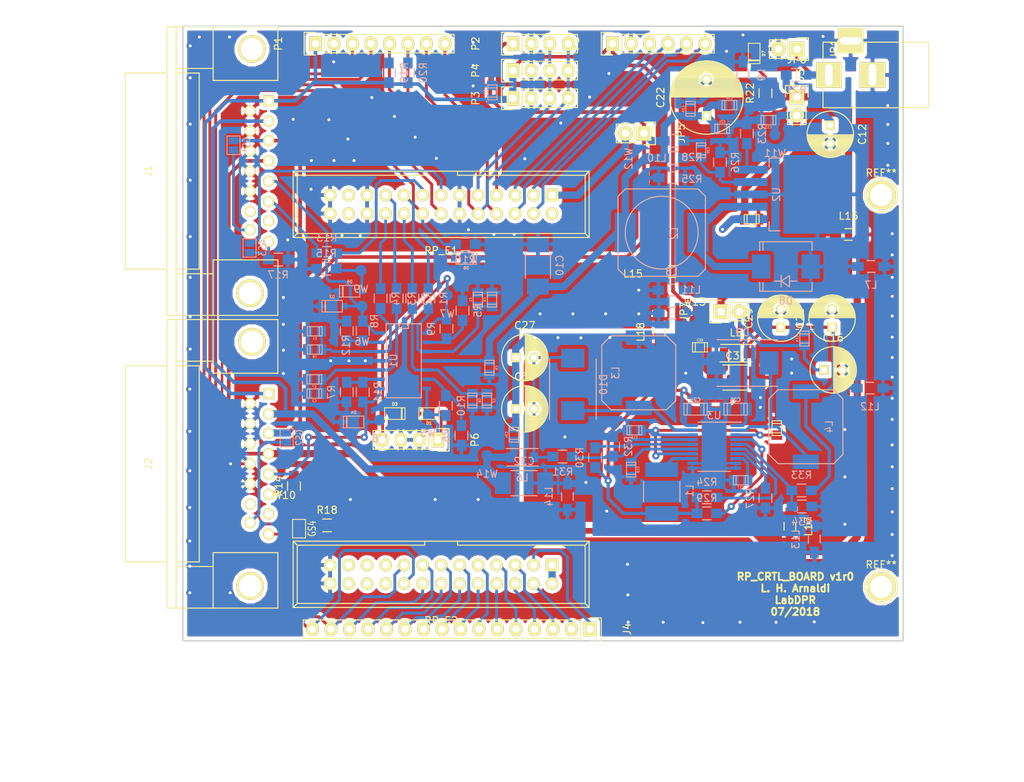
<source format=kicad_pcb>
(kicad_pcb (version 20211014) (generator pcbnew)
  (layers (0 "F.Cu" signal) (31 "B.Cu" signal) (34 "B.Paste" user) (35 "F.Paste" user) (36 "B.SilkS" user "B.Silkscreen") (37 "F.SilkS" user "F.Silkscreen") (38 "B.Mask" user) (39 "F.Mask" user) (44 "Edge.Cuts" user))
  (net 0 "")
  (net 1 "Net-(C1-Pad1)")
  (net 2 "GND")
  (net 3 "Net-(C2-Pad1)")
  (net 4 "Net-(C3-Pad1)")
  (net 5 "Net-(C4-Pad1)")
  (net 6 "5V@3A")
  (net 7 "3V3@0A4")
  (net 8 "Net-(C12-Pad1)")
  (net 9 "Net-(C15-Pad1)")
  (net 10 "Net-(C17-Pad1)")
  (net 11 "Net-(C18-Pad1)")
  (net 12 "Net-(C19-Pad1)")
  (net 13 "Net-(C20-Pad1)")
  (net 14 "Net-(C20-Pad2)")
  (net 15 "Net-(C28-Pad1)")
  (net 16 "-3V3@0A4")
  (net 17 "Vo_analog0")
  (net 18 "Vadj0")
  (net 19 "Vo_analog1")
  (net 20 "Vadj1")
  (net 21 "AI0")
  (net 22 "AI1")
  (net 23 "Net-(D7-Pad2)")
  (net 24 "Net-(D8-Pad1)")
  (net 25 "Net-(D9-Pad1)")
  (net 26 "Net-(D10-Pad1)")
  (net 27 "-SensTemp0")
  (net 28 "Net-(J1-Pad7)")
  (net 29 "Vreadout1")
  (net 30 "+12V")
  (net 31 "+SensTemp0")
  (net 32 "Net-(J1-Pad14)")
  (net 33 "-SensTemp1")
  (net 34 "Net-(J2-Pad7)")
  (net 35 "+SensTemp1")
  (net 36 "Net-(J2-Pad14)")
  (net 37 "Net-(J3-Pad1)")
  (net 38 "DIO1_P")
  (net 39 "DIO2_P")
  (net 40 "DIO3_P")
  (net 41 "DIO4_P")
  (net 42 "DIO5_P")
  (net 43 "DIO6_P")
  (net 44 "DIO0_N")
  (net 45 "DIO1_N")
  (net 46 "DIO2_N")
  (net 47 "DIO3_N")
  (net 48 "DIO4_N")
  (net 49 "DIO5_N")
  (net 50 "DIO6_N")
  (net 51 "AI2")
  (net 52 "AI3")
  (net 53 "+5V_RP_alim")
  (net 54 "Net-(L1-Pad2)")
  (net 55 "UART_RX")
  (net 56 "UART_TX")
  (net 57 "I2C_SDA")
  (net 58 "I2C_SCL")
  (net 59 "DIO7_P_GPS_RST")
  (net 60 "SPI_CS")
  (net 61 "SPI_CLK")
  (net 62 "SPI_MISO")
  (net 63 "SPI_MOSI")
  (net 64 "AO3")
  (net 65 "AO2")
  (net 66 "AO1")
  (net 67 "AO0")
  (net 68 "Net-(R5-Pad1)")
  (net 69 "Net-(R10-Pad2)")
  (net 70 "Net-(R11-Pad2)")
  (net 71 "Net-(R12-Pad2)")
  (net 72 "Vreadout0")
  (net 73 "Net-(R23-Pad1)")
  (net 74 "Net-(R24-Pad1)")
  (net 75 "Net-(R27-Pad1)")
  (net 76 "Net-(R29-Pad1)")
  (net 77 "Net-(R30-Pad1)")
  (net 78 "Net-(R31-Pad2)")
  (net 79 "Net-(R33-Pad2)")
  (net 80 "Net-(RP_E1-Pad2)")
  (net 81 "Net-(RP_E1-Pad23)")
  (net 82 "Net-(RP_E1-Pad24)")
  (net 83 "+3V3")
  (net 84 "Net-(RP_E2-Pad19)")
  (net 85 "Net-(RP_E2-Pad20)")
  (net 86 "Net-(RP_E2-Pad21)")
  (net 87 "Net-(RP_E2-Pad22)")
  (net 88 "Net-(RP_E2-Pad23)")
  (net 89 "Net-(RP_E2-Pad24)")
  (net 90 "DIO0_P")
  (net 91 "DIO7_N_GPS_PPS")
  (net 92 "GNDA")
  (net 93 "GNDD")
  (net 94 "Net-(C27-Pad2)")
  (footprint "Capacitors_ThroughHole:C_Radial_D6.3_L11.2_P2.5" (layer "F.Cu") (at 140 63.6 -90)
    (fp_text reference "C12")
    (fp_text value "100u_25V")
  )
  (footprint "Capacitors_ThroughHole:C_Radial_D6.3_L11.2_P2.5" (layer "F.Cu") (at 139.15 97.2)
    (fp_text reference "C16")
    (fp_text value "100u")
  )
  (footprint "Capacitors_ThroughHole:C_Radial_D10_L16_P5" (layer "F.Cu") (at 123 62.3 90)
    (fp_text reference "C22")
    (fp_text value "330u")
  )
  (footprint "Capacitors_ThroughHole:C_Radial_D6.3_L11.2_P2.5" (layer "F.Cu") (at 96.8 95.5)
    (fp_text reference "C27")
    (fp_text value "47u@10V")
  )
  (footprint "Capacitors_ThroughHole:C_Radial_D6.3_L11.2_P2.5" (layer "F.Cu") (at 140.25 91.35 90)
    (fp_text reference "C28")
    (fp_text value "47u@10V")
  )
  (footprint "Capacitors_ThroughHole:C_Radial_D6.3_L11.2_P2.5" (layer "F.Cu") (at 133.2 91.35 90)
    (fp_text reference "C29")
    (fp_text value "47u@10V")
  )
  (footprint "Capacitors_ThroughHole:C_Radial_D6.3_L11.2_P2.5" (layer "F.Cu") (at 96.8 102.55)
    (fp_text reference "C30")
    (fp_text value "47u@10V")
  )
  (footprint "Capacitors_SMD:C_1812_HandSoldering" (layer "F.Cu") (at 127.05 98.25)
    (fp_text reference "C31")
    (fp_text value "10u_opt")
  )
  (footprint "Connect:DB15MC" (layer "F.Cu") (at 61.6 69.9 90)
    (fp_text reference "J1")
    (fp_text value "DB15")
  )
  (footprint "Connect:DB15MC" (layer "F.Cu") (at 61.6 110.1 90)
    (fp_text reference "J2")
    (fp_text value "DB15")
  )
  (footprint "Connect:BARREL_JACK" (layer "F.Cu") (at 146 56.7 180)
    (fp_text reference "J3")
    (fp_text value "BARREL_JACK")
  )
  (footprint "Pin_Headers:Pin_Header_Straight_1x02" (layer "F.Cu") (at 114.425 64.725 -90)
    (fp_text reference "JP5")
    (fp_text value "Jumper_NO_Small")
  )
  (footprint "Pin_Headers:Pin_Header_Straight_1x02" (layer "F.Cu") (at 135.4 59.7)
    (fp_text reference "JP6")
    (fp_text value "Jumper_NO_Small")
  )
  (footprint "Pin_Headers:Pin_Header_Straight_1x02" (layer "F.Cu") (at 125 89.2 90)
    (fp_text reference "JP7")
    (fp_text value "Jumper")
  )
  (footprint "Inductors_NEOSID:Neosid_Inductor_SM1206" (layer "F.Cu") (at 127.05 94.9)
    (fp_text reference "L5")
    (fp_text value "10u_opt")
  )
  (footprint "Pin_Headers:Pin_Header_Straight_1x08" (layer "F.Cu") (at 69.3 52.4 90)
    (fp_text reference "P1")
    (fp_text value "Conn_GPS")
  )
  (footprint "Pin_Headers:Pin_Header_Straight_1x04" (layer "F.Cu") (at 96.4 59.9 90)
    (fp_text reference "P3")
    (fp_text value "I2C_EXT")
  )
  (footprint "Pin_Headers:Pin_Header_Straight_1x04" (layer "F.Cu") (at 96.4 56.1 90)
    (fp_text reference "P4")
    (fp_text value "I2C_EXT")
  )
  (footprint "Pin_Headers:Pin_Header_Straight_1x06" (layer "F.Cu") (at 110.1 52.4 90)
    (fp_text reference "P5")
    (fp_text value "CONN_01X06")
  )
  (footprint "Pin_Headers:Pin_Header_Straight_1x04" (layer "F.Cu") (at 86.1 106.8 -90)
    (fp_text reference "P6")
    (fp_text value "CONN_01X04")
  )
  (footprint "Resistors_SMD:R_0805_HandSoldering" (layer "F.Cu") (at 66.35 113.15 90)
    (fp_text reference "R14")
    (fp_text value "12.1k")
  )
  (footprint "Resistors_SMD:R_0805_HandSoldering" (layer "F.Cu") (at 70.9 118.55)
    (fp_text reference "R18")
    (fp_text value "1k_1%")
  )
  (footprint "Resistors_SMD:R_0805_HandSoldering" (layer "F.Cu") (at 131.1 59.2 90)
    (fp_text reference "R22")
    (fp_text value "470")
  )
  (footprint "Connect:IDC_Header_Straight_26pins" (layer "F.Cu") (at 101.8 73.2 180)
    (fp_text reference "RP_E1")
    (fp_text value "CONN_02X13")
  )
  (footprint "Connect:IDC_Header_Straight_26pins" (layer "F.Cu") (at 101.8 124 180)
    (fp_text reference "RP_E2")
    (fp_text value "CONN_02X13")
  )
  (footprint "Measurement_Points:Measurement_Point_Round-SMD-Pad_Small" (layer "F.Cu") (at 65.1 116.95)
    (fp_text reference "W10")
    (fp_text value "TEST_1P")
  )
  (footprint "Measurement_Points:Measurement_Point_Round-SMD-Pad_Small" (layer "F.Cu") (at 121.4 90.4)
    (fp_text reference "W13")
    (fp_text value "3V3@0A4")
  )
  (footprint "w_smd_cap:c_0805" (layer "F.Cu") (at 129.2 76.5 180)
    (fp_text reference "C14")
    (fp_text value "470n_100V" hide)
  )
  (footprint "w_smd_cap:c_0805" (layer "F.Cu") (at 122.1 94.1)
    (fp_text reference "C33")
    (fp_text value "100n" hide)
  )
  (footprint "w_smd_diode:sod123" (layer "F.Cu") (at 84.9 103.2 180)
    (fp_text reference "D1")
    (fp_text value "Zener_opt" hide)
  )
  (footprint "w_smd_diode:sod123" (layer "F.Cu") (at 80.2 103.2)
    (fp_text reference "D3")
    (fp_text value "Zener_opt" hide)
  )
  (footprint "w_smd_diode:sod123" (layer "F.Cu") (at 129.55 53.75 -90)
    (fp_text reference "D7")
    (fp_text value "Led_Small" hide)
  )
  (footprint "w_smd_cap:c_0805" (layer "F.Cu") (at 132.65 105.2 -90)
    (fp_text reference "C35")
    (fp_text value "1u" hide)
  )
  (footprint "horacio_mod:GS2" (layer "F.Cu") (at 67.05 119)
    (fp_text reference "GS4")
    (fp_text value "GS2" hide)
  )
  (footprint "Pin_Headers:Pin_Header_Straight_1x04" (layer "F.Cu") (at 96.4 52.4 90)
    (fp_text reference "P2")
    (fp_text value "Conn_BMP280")
  )
  (footprint "Pin_Headers:Pin_Header_Straight_1x16" (layer "F.Cu") (at 107 132.8 -90)
    (fp_text reference "J4")
    (fp_text value "HEADER_16")
  )
  (footprint "Choke_SMD:Choke_SMD_1206_Standard" (layer "F.Cu") (at 118.3 83.7 180)
    (fp_text reference "L15")
    (fp_text value "10u")
  )
  (footprint "Choke_SMD:Choke_SMD_1206_Standard" (layer "F.Cu") (at 142.5 78.6)
    (fp_text reference "L16")
    (fp_text value "10u")
  )
  (footprint "Choke_SMD:Choke_SMD_1206_Standard" (layer "F.Cu") (at 134.45 118.7 -90)
    (fp_text reference "L17")
    (fp_text value "10u")
  )
  (footprint "Choke_SMD:Choke_SMD_1206_Standard" (layer "F.Cu") (at 116.5 92 90)
    (fp_text reference "L18")
    (fp_text value "10u")
  )
  (footprint "Connect:1pin" (layer "F.Cu") (at 147 127)
    (fp_text reference "REF**")
    (fp_text value "1pin")
  )
  (footprint "Connect:1pin" (layer "F.Cu") (at 147 73.2)
    (fp_text reference "REF**")
    (fp_text value "1pin")
  )
  (footprint "Pin_Headers:Pin_Header_Straight_1x02" (layer "F.Cu") (at 135.45 53.15 -90)
    (fp_text reference "JP1")
    (fp_text value "Jumper_NO_Small")
  )
  (footprint "Capacitors_SMD:C_1812_HandSoldering" (layer "B.Cu") (at 97.95 112.75 180)
    (fp_text reference "C32")
    (fp_text value "10u_opt")
  )
  (footprint "Inductors_NEOSID:Neosid_Inductor_SM1206" (layer "B.Cu") (at 97.7 109.2)
    (fp_text reference "L6")
    (fp_text value "10u_opt")
  )
  (footprint "Resistors_SMD:R_0805_HandSoldering" (layer "B.Cu") (at 84.8 87.4 90)
    (fp_text reference "R1")
    (fp_text value "68.1k")
  )
  (footprint "Resistors_SMD:R_0805_HandSoldering" (layer "B.Cu") (at 82.6 87.4 90)
    (fp_text reference "R2")
    (fp_text value "68.1k")
  )
  (footprint "Resistors_SMD:R_0805_HandSoldering" (layer "B.Cu") (at 80.45 87.4 90)
    (fp_text reference "R3")
    (fp_text value "68.1k")
  )
  (footprint "Resistors_SMD:R_0805_HandSoldering" (layer "B.Cu") (at 78.25 87.4 90)
    (fp_text reference "R4")
    (fp_text value "68.1k")
  )
  (footprint "Resistors_SMD:R_0805_HandSoldering" (layer "B.Cu") (at 89.5 89.05 90)
    (fp_text reference "R5")
    (fp_text value "249k")
  )
  (footprint "Resistors_SMD:R_0805_HandSoldering" (layer "B.Cu") (at 89.35 106.2 -90)
    (fp_text reference "R6")
    (fp_text value "249k")
  )
  (footprint "Resistors_SMD:R_0805_HandSoldering" (layer "B.Cu") (at 73.6 100.25 -90)
    (fp_text reference "R7")
    (fp_text value "249k")
  )
  (footprint "Resistors_SMD:R_0805_HandSoldering" (layer "B.Cu") (at 73.6 91.85 90)
    (fp_text reference "R8")
    (fp_text value "249k")
  )
  (footprint "Resistors_SMD:R_0805_HandSoldering" (layer "B.Cu") (at 87.3 91.55 -90)
    (fp_text reference "R9")
    (fp_text value "100k")
  )
  (footprint "Resistors_SMD:R_0805_HandSoldering" (layer "B.Cu") (at 87.2 102.1 90)
    (fp_text reference "R10")
    (fp_text value "100k")
  )
  (footprint "Resistors_SMD:R_0805_HandSoldering" (layer "B.Cu") (at 75.8 100.25 90)
    (fp_text reference "R11")
    (fp_text value "100k")
  )
  (footprint "Resistors_SMD:R_0805_HandSoldering" (layer "B.Cu") (at 75.8 91.85 -90)
    (fp_text reference "R12")
    (fp_text value "100k")
  )
  (footprint "Resistors_SMD:R_0805_HandSoldering" (layer "B.Cu") (at 70.85 81.15 180)
    (fp_text reference "R13")
    (fp_text value "12.1k")
  )
  (footprint "Resistors_SMD:R_0805_HandSoldering" (layer "B.Cu") (at 70.8 83.3 180)
    (fp_text reference "R15")
    (fp_text value "33.2k")
  )
  (footprint "Resistors_SMD:R_0805_HandSoldering" (layer "B.Cu") (at 89.9 79.95)
    (fp_text reference "R16")
    (fp_text value "33.2k")
  )
  (footprint "Resistors_SMD:R_0805_HandSoldering" (layer "B.Cu") (at 64.2 82.05)
    (fp_text reference "R17")
    (fp_text value "1K_1%")
  )
  (footprint "Resistors_SMD:R_0805_HandSoldering" (layer "B.Cu") (at 79.4 56.4 90)
    (fp_text reference "R19")
    (fp_text value "10k")
  )
  (footprint "Resistors_SMD:R_0805_HandSoldering" (layer "B.Cu") (at 82 56.4 90)
    (fp_text reference "R20")
    (fp_text value "10k")
  )
  (footprint "Resistors_SMD:R_0805_HandSoldering" (layer "B.Cu") (at 135.3 56.7)
    (fp_text reference "R21")
    (fp_text value "Fuse")
  )
  (footprint "Resistors_SMD:R_0805_HandSoldering" (layer "B.Cu") (at 128.55 64.75 90)
    (fp_text reference "R23")
    (fp_text value "1k")
  )
  (footprint "Resistors_SMD:R_0805_HandSoldering" (layer "B.Cu") (at 123.05 114.7 180)
    (fp_text reference "R24")
    (fp_text value "174K")
  )
  (footprint "Resistors_SMD:R_0805_HandSoldering" (layer "B.Cu") (at 118.5 68.1)
    (fp_text reference "R25")
    (fp_text value "3k")
  )
  (footprint "Resistors_SMD:R_0805_HandSoldering" (layer "B.Cu") (at 124.85 68.7 90)
    (fp_text reference "R26")
    (fp_text value "1k")
  )
  (footprint "Resistors_SMD:R_0805_HandSoldering" (layer "B.Cu") (at 131.1 114.8 -90)
    (fp_text reference "R27")
    (fp_text value "182K")
  )
  (footprint "Resistors_SMD:R_0805_HandSoldering" (layer "B.Cu") (at 118.55 65.75)
    (fp_text reference "R28")
    (fp_text value "100")
  )
  (footprint "Resistors_SMD:R_0805_HandSoldering" (layer "B.Cu") (at 123.05 116.9 180)
    (fp_text reference "R29")
    (fp_text value "100K")
  )
  (footprint "Resistors_SMD:R_0805_HandSoldering" (layer "B.Cu") (at 107.7 109.25 -90)
    (fp_text reference "R30")
    (fp_text value "100K")
  )
  (footprint "Resistors_SMD:R_0805_HandSoldering" (layer "B.Cu") (at 103.25 109.1)
    (fp_text reference "R31")
    (fp_text value "215k")
  )
  (footprint "Resistors_SMD:R_0805_HandSoldering" (layer "B.Cu") (at 110.175 107.7 90)
    (fp_text reference "R32")
    (fp_text value "68.1k")
  )
  (footprint "Resistors_SMD:R_0805_HandSoldering" (layer "B.Cu") (at 136.05 113.75 180)
    (fp_text reference "R33")
    (fp_text value "215k")
  )
  (footprint "Resistors_SMD:R_0805_HandSoldering" (layer "B.Cu") (at 136.1 115.95)
    (fp_text reference "R34")
    (fp_text value "68.1k")
  )
  (footprint "SMD_Packages:SOIC-14_N" (layer "B.Cu") (at 81.3 95.95 -90)
    (fp_text reference "U1")
    (fp_text value "LM324")
  )
  (footprint "TO_SOT_Packages_SMD:TO-263-5Lead" (layer "B.Cu") (at 129.1 73.1)
    (fp_text reference "U2")
    (fp_text value "LM2596")
  )
  (footprint "Housings_SSOP:TSSOP-20_4.4x6.5mm_Pitch0.65mm" (layer "B.Cu") (at 124.05 107.75 180)
    (fp_text reference "U3")
    (fp_text value "LT8471")
  )
  (footprint "Measurement_Points:Measurement_Point_Round-SMD-Pad_Small" (layer "B.Cu") (at 84.75 103.35)
    (fp_text reference "W5")
    (fp_text value "TEST_1P")
  )
  (footprint "Measurement_Points:Measurement_Point_Round-SMD-Pad_Small" (layer "B.Cu") (at 75.7 88.45)
    (fp_text reference "W6")
    (fp_text value "TEST_1P")
  )
  (footprint "Measurement_Points:Measurement_Point_Round-SMD-Pad_Small" (layer "B.Cu") (at 87.4 86.95)
    (fp_text reference "W7")
    (fp_text value "TEST_1P")
  )
  (footprint "Measurement_Points:Measurement_Point_Round-SMD-Pad_Small" (layer "B.Cu") (at 78.1 104.1)
    (fp_text reference "W8")
    (fp_text value "TEST_1P")
  )
  (footprint "Measurement_Points:Measurement_Point_Round-SMD-Pad_Small" (layer "B.Cu") (at 75.55 83.55)
    (fp_text reference "W9")
    (fp_text value "TEST_1P")
  )
  (footprint "Measurement_Points:Measurement_Point_Round-SMD-Pad_Small" (layer "B.Cu") (at 132.4 64.9)
    (fp_text reference "W11")
    (fp_text value "+12V_in")
  )
  (footprint "Measurement_Points:Measurement_Point_Round-SMD-Pad_Small" (layer "B.Cu") (at 114.85 68.2 -90)
    (fp_text reference "W12")
    (fp_text value "+5V@3A")
  )
  (footprint "Measurement_Points:Measurement_Point_Round-SMD-Pad_Small" (layer "B.Cu") (at 92.85 108.95)
    (fp_text reference "W14")
    (fp_text value "-3V3@0A4")
  )
  (footprint "w_smd_cap:c_0805" (layer "B.Cu") (at 91.6 87.55 -90)
    (fp_text reference "C1")
    (fp_text value "1u" hide)
  )
  (footprint "w_smd_cap:c_0805" (layer "B.Cu") (at 92.85 101.4 90)
    (fp_text reference "C2")
    (fp_text value "1u" hide)
  )
  (footprint "w_smd_cap:c_0805" (layer "B.Cu") (at 69.15 100.45)
    (fp_text reference "C3")
    (fp_text value "1u" hide)
  )
  (footprint "w_smd_cap:c_0805" (layer "B.Cu") (at 69.2 91.9)
    (fp_text reference "C4")
    (fp_text value "1u" hide)
  )
  (footprint "w_smd_cap:c_0805" (layer "B.Cu") (at 93.55 87.55 -90)
    (fp_text reference "C5")
    (fp_text value "1nF" hide)
  )
  (footprint "w_smd_cap:c_0805" (layer "B.Cu") (at 90.85 101.4 90)
    (fp_text reference "C6")
    (fp_text value "1nF" hide)
  )
  (footprint "w_smd_cap:c_0805" (layer "B.Cu") (at 69.15 98.5)
    (fp_text reference "C7")
    (fp_text value "1nF" hide)
  )
  (footprint "w_smd_cap:c_0805" (layer "B.Cu") (at 69.2 94.4)
    (fp_text reference "C8")
    (fp_text value "1nF" hide)
  )
  (footprint "w_smd_cap:c_0805" (layer "B.Cu") (at 93.2 96.9 90)
    (fp_text reference "C9")
    (fp_text value "100n" hide)
  )
  (footprint "w_smd_cap:c_0805" (layer "B.Cu") (at 93.6 59.1 -90)
    (fp_text reference "C11")
    (fp_text value "100n" hide)
  )
  (footprint "w_smd_cap:c_0805" (layer "B.Cu") (at 131.5 62.9)
    (fp_text reference "C13")
    (fp_text value "22n_100V" hide)
  )
  (footprint "w_smd_cap:c_0805" (layer "B.Cu") (at 136.45 92.9 -90)
    (fp_text reference "C15")
    (fp_text value "100n" hide)
  )
  (footprint "w_smd_cap:c_0805" (layer "B.Cu") (at 127.7 112.35)
    (fp_text reference "C17")
    (fp_text value "100n" hide)
  )
  (footprint "w_smd_cap:c_0805" (layer "B.Cu") (at 113.1 105.5)
    (fp_text reference "C18")
    (fp_text value "1u" hide)
  )
  (footprint "w_smd_cap:c_0805" (layer "B.Cu") (at 112.65 110.9 90)
    (fp_text reference "C19")
    (fp_text value "100n" hide)
  )
  (footprint "w_smd_cap:c_0805" (layer "B.Cu") (at 122.25 67.05 90)
    (fp_text reference "C20")
    (fp_text value "3n3_50V" hide)
  )
  (footprint "w_smd_cap:c_0805" (layer "B.Cu") (at 125.15 64.1 180)
    (fp_text reference "C21")
    (fp_text value "470n_100V" hide)
  )
  (footprint "w_smd_cap:c_0805" (layer "B.Cu") (at 120.8 61.35 -90)
    (fp_text reference "C23")
    (fp_text value "220n_100V" hide)
  )
  (footprint "w_smd_cap:c_1206" (layer "B.Cu") (at 121.5 102.6 180)
    (fp_text reference "C24")
    (fp_text value "2.2uF" hide)
  )
  (footprint "w_smd_cap:c_1206" (layer "B.Cu") (at 127 102.6 180)
    (fp_text reference "C25")
    (fp_text value "2.2uF" hide)
  )
  (footprint "w_smd_cap:c_0805" (layer "B.Cu") (at 126.15 60.85 180)
    (fp_text reference "C26")
    (fp_text value "470n_100V" hide)
  )
  (footprint "w_smd_cap:c_0805" (layer "B.Cu") (at 96.55 106.1 -90)
    (fp_text reference "C34")
    (fp_text value "100n_opt" hide)
  )
  (footprint "w_smd_diode:sod123" (layer "B.Cu") (at 71.6 88.45 180)
    (fp_text reference "D2")
    (fp_text value "Zener_2V5" hide)
  )
  (footprint "w_smd_diode:sod123" (layer "B.Cu") (at 74.55 104.35 180)
    (fp_text reference "D4")
    (fp_text value "Zener_2V5" hide)
  )
  (footprint "w_smd_diode:sod123" (layer "B.Cu") (at 74 86.4 180)
    (fp_text reference "D5")
    (fp_text value "Zener_3V3" hide)
  )
  (footprint "w_smd_diode:sod123" (layer "B.Cu") (at 90 81.9)
    (fp_text reference "D6")
    (fp_text value "Zener_3V3" hide)
  )
  (footprint "horacio_mod:GS2" (layer "B.Cu") (at 58.05 66.35)
    (fp_text reference "GS1")
    (fp_text value "GS2" hide)
  )
  (footprint "horacio_mod:GS2" (layer "B.Cu") (at 65.35 106.5)
    (fp_text reference "GS2")
    (fp_text value "GS2" hide)
  )
  (footprint "horacio_mod:GS2" (layer "B.Cu") (at 60.25 80.45)
    (fp_text reference "GS3")
    (fp_text value "GS2" hide)
  )
  (footprint "Choke_SMD:Choke_SMD_1206_Standard" (layer "B.Cu") (at 145.6 83)
    (fp_text reference "L7")
    (fp_text value "10u")
  )
  (footprint "Choke_SMD:Choke_SMD_1206_Standard" (layer "B.Cu") (at 118.2 86.25 180)
    (fp_text reference "L8")
    (fp_text value "10u")
  )
  (footprint "Choke_SMD:Choke_SMD_1206_Standard" (layer "B.Cu") (at 128 56.7 90)
    (fp_text reference "L9")
    (fp_text value "10u")
  )
  (footprint "Choke_SMD:Choke_SMD_1206_Standard" (layer "B.Cu") (at 118.25 70.8 180)
    (fp_text reference "L10")
    (fp_text value "10u")
  )
  (footprint "Choke_SMD:Choke_SMD_1206_Standard" (layer "B.Cu") (at 118.25 89.4 180)
    (fp_text reference "L11")
    (fp_text value "10u")
  )
  (footprint "Choke_SMD:Choke_SMD_1206_Standard" (layer "B.Cu") (at 145.45 99.7)
    (fp_text reference "L12")
    (fp_text value "10u")
  )
  (footprint "Choke_SMD:Choke_SMD_1206_Standard" (layer "B.Cu") (at 137.8 120.45 -90)
    (fp_text reference "L13")
    (fp_text value "10u")
  )
  (footprint "Choke_SMD:Choke_SMD_1206_Standard" (layer "B.Cu") (at 103.9 114.6 -90)
    (fp_text reference "L14")
    (fp_text value "10u")
  )
  (footprint "Capacitors_SMD:C_1812_HandSoldering" (layer "B.Cu") (at 99.85 82.85 90)
    (fp_text reference "C10")
    (fp_text value "10u")
  )
  (footprint "Inductors_NEOSID:Neosid_Inductor_SM-NE56_SMD2220" (layer "B.Cu") (at 116.85 113.9 90)
    (fp_text reference "L1")
    (fp_text value "15uH")
  )
  (footprint "Inductors:SELF-WE-PD-XXL" (layer "B.Cu") (at 116.85 78.35 180)
    (fp_text reference "L2")
    (fp_text value "SRP1265-470M 47u")
  )
  (footprint "Inductors:self_cms_we-tpc_XL" (layer "B.Cu") (at 113.7 97.6 -90)
    (fp_text reference "L3")
    (fp_text value "3.9uH")
  )
  (footprint "Inductors:self_cms_we-tpc_XL" (layer "B.Cu") (at 136.65 105 90)
    (fp_text reference "L4")
    (fp_text value "3.9uH")
  )
  (footprint "Diodes_SMD:SMC_Standard" (layer "B.Cu") (at 133.9 83)
    (fp_text reference "D8")
    (fp_text value "B550C-13-F")
  )
  (footprint "Diodes_SMD:DO-214AB" (layer "B.Cu") (at 127.95 96.25 180)
    (fp_text reference "D9")
    (fp_text value "MBRS340")
  )
  (footprint "Diodes_SMD:DO-214AB" (layer "B.Cu") (at 104.65 99.2 90)
    (fp_text reference "D10")
    (fp_text value "MBRS340")
  )
  (gr_line (start 150 50) (end 150 134.4) (layer "Edge.Cuts") (width 0.2))
  (gr_line (start 150 134.4) (end 51.1 134.4) (layer "Edge.Cuts") (width 0.2))
  (gr_line (start 51.1 134.4) (end 51.1 50) (layer "Edge.Cuts") (width 0.2))
  (gr_line (start 51.1 50) (end 150 50) (layer "Edge.Cuts") (width 0.2))
  (gr_text "RP_CRTL_BOARD v1r0\nL. H. Arnaldi\nLabDPR\n07/2018" (at 135.2 128) (layer "F.SilkS") (effects (font (size 1 1) (thickness 0.25))))
  (segment (start 88.27 94.68) (end 91.6 91.35) (width 0.4) (layer "B.Cu") (net 1))
  (segment (start 91.6 91.35) (end 91.6 88.5025) (width 0.4) (layer "B.Cu") (net 1))
  (segment (start 83.73 94.68) (end 83.35 94.3) (width 0.4) (layer "B.Cu") (net 1))
  (segment (start 83.35 94.3) (end 83.35 91.1) (width 0.4) (layer "B.Cu") (net 1))
  (segment (start 83.35 91.1) (end 84.8 89.65) (width 0.4) (layer "B.Cu") (net 1))
  (segment (start 84.8 89.65) (end 84.8 88.75) (width 0.4) (layer "B.Cu") (net 1))
  (segment (start 91.6 88.5025) (end 93.6 88.5025) (width 0.4) (layer "B.Cu") (net 1))
  (segment (start 84.602 94.68) (end 83.73 94.68) (width 0.4) (layer "B.Cu") (net 1))
  (segment (start 84.602 94.68) (end 88.27 94.68) (width 0.4) (layer "B.Cu") (net 1))
  (segment (start 148.5 81.4) (end 148.5 78.5) (width 0.4) (layer "F.Cu") (net 2))
  (segment (start 148.5 87.1) (end 148.5 89.8) (width 0.4) (layer "F.Cu") (net 2))
  (segment (start 148.5 92.7) (end 148.5 95.5) (width 0.4) (layer "F.Cu") (net 2))
  (segment (start 148.5 98.2) (end 148.5 101.1) (width 0.4) (layer "F.Cu") (net 2))
  (segment (start 148.5 104) (end 148.5 107.5) (width 0.4) (layer "F.Cu") (net 2))
  (segment (start 148.5 110.5) (end 148.5 113.5) (width 0.4) (layer "F.Cu") (net 2))
  (segment (start 148.5 116.7) (end 148.5 119.8) (width 0.4) (layer "F.Cu") (net 2))
  (segment (start 147.9 60.9) (end 147.9 63.5) (width 0.4) (layer "F.Cu") (net 2))
  (segment (start 147.9 66.1) (end 147.9 69.1) (width 0.4) (layer "F.Cu") (net 2))
  (segment (start 52.05 127.8) (end 52.05 124.15) (width 0.4) (layer "F.Cu") (net 2))
  (segment (start 52.05 120.7) (end 52.05 116.1) (width 0.4) (layer "F.Cu") (net 2))
  (segment (start 52.05 111.05) (end 52.05 105.65) (width 0.4) (layer "F.Cu") (net 2))
  (segment (start 52.05 99.85) (end 52.1 94.35) (width 0.4) (layer "F.Cu") (net 2))
  (segment (start 52.1 89.9) (end 52.1 84.5) (width 0.4) (layer "F.Cu") (net 2))
  (segment (start 52.1 78.9) (end 52.1 71.15) (width 0.4) (layer "F.Cu") (net 2))
  (segment (start 52.1 63.45) (end 52.1 57.1) (width 0.4) (layer "F.Cu") (net 2))
  (segment (start 52.1 52.7) (end 53.25 51.5) (width 0.4) (layer "F.Cu") (net 2))
  (segment (start 53.25 51.5) (end 53.35 51.5) (width 0.25) (layer "F.Cu") (net 2))
  (segment (start 68.7 72.4) (end 68.75 72.35) (width 0.4) (layer "F.Cu") (net 2))
  (segment (start 68.75 72.35) (end 68.75 68.45) (width 0.4) (layer "F.Cu") (net 2))
  (segment (start 71.85 68.45) (end 74.6 68.45) (width 0.4) (layer "F.Cu") (net 2))
  (segment (start 73.75 65.5) (end 71.15 62.9) (width 0.4) (layer "F.Cu") (net 2))
  (segment (start 71.15 62.9) (end 71.15 62.85) (width 0.4) (layer "F.Cu") (net 2))
  (segment (start 90.95 58.2) (end 90.95 55.4) (width 0.4) (layer "F.Cu") (net 2))
  (segment (start 109.6 56.5) (end 106.95 59.15) (width 0.4) (layer "F.Cu") (net 2))
  (segment (start 106.95 59.15) (end 106.95 59.75) (width 0.4) (layer "F.Cu") (net 2))
  (segment (start 103 63.3) (end 98.1 68.2) (width 0.4) (layer "F.Cu") (net 2))
  (segment (start 98.1 68.2) (end 98.05 68.2) (width 0.4) (layer "F.Cu") (net 2))
  (segment (start 85.9 68.15) (end 83 65.25) (width 0.4) (layer "F.Cu") (net 2))
  (segment (start 80.15 62.4) (end 77.55 59.8) (width 0.4) (layer "F.Cu") (net 2))
  (segment (start 77.55 59.8) (end 77.05 59.8) (width 0.4) (layer "F.Cu") (net 2))
  (segment (start 65.5 79.35) (end 64.9 79.95) (width 0.4) (layer "F.Cu") (net 2))
  (segment (start 64.9 79.95) (end 64.9 87.25) (width 0.4) (layer "F.Cu") (net 2))
  (segment (start 64.9 90.95) (end 64.9 94.5) (width 0.4) (layer "F.Cu") (net 2))
  (segment (start 72.25 116.85) (end 74.1 115) (width 0.4) (layer "F.Cu") (net 2))
  (segment (start 85.75 115) (end 91.65 115) (width 0.4) (layer "F.Cu") (net 2))
  (segment (start 137.8 131.8) (end 137.75 131.85) (width 0.4) (layer "F.Cu") (net 2))
  (segment (start 137.75 131.85) (end 132.55 131.85) (width 0.4) (layer "F.Cu") (net 2))
  (segment (start 127.6 131.85) (end 127.55 131.9) (width 0.4) (layer "F.Cu") (net 2))
  (segment (start 127.55 131.9) (end 122.5 131.9) (width 0.4) (layer "F.Cu") (net 2))
  (segment (start 117.05 131.85) (end 112.25 131.85) (width 0.4) (layer "F.Cu") (net 2))
  (segment (start 112.2 128.1) (end 112.15 128.05) (width 0.4) (layer "F.Cu") (net 2))
  (segment (start 112.15 128.05) (end 112.15 123.9) (width 0.4) (layer "F.Cu") (net 2))
  (segment (start 113.7 86.25) (end 113.7 89.5) (width 0.4) (layer "F.Cu") (net 2))
  (segment (start 109.15 89.5) (end 104.65 89.5) (width 0.4) (layer "F.Cu") (net 2))
  (segment (start 96.6 78.6) (end 93.8 78.6) (width 0.4) (layer "F.Cu") (net 2))
  (segment (start 75.45 78.75) (end 72.95 78.75) (width 0.4) (layer "F.Cu") (net 2))
  (segment (start 139.601 52.001) (end 139 51.4) (width 0.4) (layer "F.Cu") (net 2))
  (segment (start 128 51.2) (end 125.75 53.45) (width 0.4) (layer "F.Cu") (net 2))
  (segment (start 76.15 95.95) (end 73.9 95.95) (width 0.4) (layer "F.Cu") (net 2))
  (segment (start 72.25 118.55) (end 72.25 116.85) (width 0.4) (layer "F.Cu") (net 2))
  (segment (start 148.5 81.4) (end 148.5 84.5) (width 0.4) (layer "F.Cu") (net 2))
  (segment (start 142.7996 52.001) (end 139.601 52.001) (width 0.4) (layer "F.Cu") (net 2))
  (segment (start 60.33 110.1) (end 57.65 110.1) (width 0.4) (layer "F.Cu") (net 2))
  (via (at 100.15 89.5) (size 1) (drill 0.4) (layers "F.Cu" "B.Cu") (net 2))
  (via (at 57.65 110.1) (size 1) (drill 0.4) (layers "F.Cu" "B.Cu") (net 2))
  (via (at 71.8 54.9) (size 1) (drill 0.4) (layers "F.Cu" "B.Cu") (net 2))
  (via (at 52.1 71.15) (size 1) (drill 0.4) (layers "F.Cu" "B.Cu") (net 2))
  (via (at 64.9 87.25) (size 1) (drill 0.4) (layers "F.Cu" "B.Cu") (net 2))
  (via (at 71.15 62.85) (size 1) (drill 0.4) (layers "F.Cu" "B.Cu") (net 2))
  (via (at 93.8 78.6) (size 1) (drill 0.4) (layers "F.Cu" "B.Cu") (net 2))
  (via (at 52.1 52.7) (size 1) (drill 0.4) (layers "F.Cu" "B.Cu") (net 2))
  (via (at 77.05 59.8) (size 1) (drill 0.4) (layers "F.Cu" "B.Cu") (net 2))
  (via (at 85.9 68.15) (size 1) (drill 0.4) (layers "F.Cu" "B.Cu") (net 2))
  (via (at 109.6 56.5) (size 1) (drill 0.4) (layers "F.Cu" "B.Cu") (net 2))
  (via (at 52.05 105.65) (size 1) (drill 0.4) (layers "F.Cu" "B.Cu") (net 2))
  (via (at 64.9 90.95) (size 1) (drill 0.4) (layers "F.Cu" "B.Cu") (net 2))
  (via (at 132.55 131.85) (size 1) (drill 0.4) (layers "F.Cu" "B.Cu") (net 2))
  (via (at 112.2 128.1) (size 1) (drill 0.4) (layers "F.Cu" "B.Cu") (net 2))
  (via (at 52.1 78.9) (size 1) (drill 0.4) (layers "F.Cu" "B.Cu") (net 2))
  (via (at 125.75 53.45) (size 1) (drill 0.4) (layers "F.Cu" "B.Cu") (net 2))
  (via (at 147.9 66.1) (size 1) (drill 0.4) (layers "F.Cu" "B.Cu") (net 2))
  (via (at 83 65.25) (size 1) (drill 0.4) (layers "F.Cu" "B.Cu") (net 2))
  (via (at 74.6 68.45) (size 1) (drill 0.4) (layers "F.Cu" "B.Cu") (net 2))
  (via (at 148.5 98.2) (size 1) (drill 0.4) (layers "F.Cu" "B.Cu") (net 2))
  (via (at 52.05 124.15) (size 1) (drill 0.4) (layers "F.Cu" "B.Cu") (net 2))
  (via (at 52.1 63.45) (size 1) (drill 0.4) (layers "F.Cu" "B.Cu") (net 2))
  (via (at 148.5 78.5) (size 1) (drill 0.4) (layers "F.Cu" "B.Cu") (net 2))
  (via (at 148.5 84.5) (size 1) (drill 0.4) (layers "F.Cu" "B.Cu") (net 2))
  (via (at 76.15 95.95) (size 1) (drill 0.4) (layers "F.Cu" "B.Cu") (net 2))
  (via (at 57.5 51.5) (size 1) (drill 0.4) (layers "F.Cu" "B.Cu") (net 2))
  (via (at 91.65 115) (size 1) (drill 0.4) (layers "F.Cu" "B.Cu") (net 2))
  (via (at 148.5 101.1) (size 1) (drill 0.4) (layers "F.Cu" "B.Cu") (net 2))
  (via (at 148.5 122.7) (size 1) (drill 0.4) (layers "F.Cu" "B.Cu") (net 2))
  (via (at 148.5 119.8) (size 1) (drill 0.4) (layers "F.Cu" "B.Cu") (net 2))
  (via (at 52.05 116.1) (size 1) (drill 0.4) (layers "F.Cu" "B.Cu") (net 2))
  (via (at 68.75 68.45) (size 1) (drill 0.4) (layers "F.Cu" "B.Cu") (net 2))
  (via (at 52.05 127.8) (size 1) (drill 0.4) (layers "F.Cu" "B.Cu") (net 2))
  (via (at 127.6 131.85) (size 1) (drill 0.4) (layers "F.Cu" "B.Cu") (net 2))
  (via (at 148.5 89.8) (size 1) (drill 0.4) (layers "F.Cu" "B.Cu") (net 2))
  (via (at 53.35 51.5) (size 1) (drill 0.4) (layers "F.Cu" "B.Cu") (net 2))
  (via (at 148.5 87.1) (size 1) (drill 0.4) (layers "F.Cu" "B.Cu") (net 2))
  (via (at 148.5 107.5) (size 1) (drill 0.4) (layers "F.Cu" "B.Cu") (net 2))
  (via (at 96.6 78.6) (size 1) (drill 0.4) (layers "F.Cu" "B.Cu") (net 2))
  (via (at 52.05 99.85) (size 1) (drill 0.4) (layers "F.Cu" "B.Cu") (net 2))
  (via (at 112.15 123.9) (size 1) (drill 0.4) (layers "F.Cu" "B.Cu") (net 2))
  (via (at 148.5 113.5) (size 1) (drill 0.4) (layers "F.Cu" "B.Cu") (net 2))
  (via (at 113.7 86.25) (size 1) (drill 0.4) (layers "F.Cu" "B.Cu") (net 2))
  (via (at 113.7 89.5) (size 1) (drill 0.4) (layers "F.Cu" "B.Cu") (net 2))
  (via (at 117.05 131.85) (size 1) (drill 0.4) (layers "F.Cu" "B.Cu") (net 2))
  (via (at 73.9 95.95) (size 1) (drill 0.4) (layers "F.Cu" "B.Cu") (net 2))
  (via (at 72.95 78.75) (size 1) (drill 0.4) (layers "F.Cu" "B.Cu") (net 2))
  (via (at 90.95 52.25) (size 1) (drill 0.4) (layers "F.Cu" "B.Cu") (net 2))
  (via (at 52.1 57.1) (size 1) (drill 0.4) (layers "F.Cu" "B.Cu") (net 2))
  (via (at 147.9 63.5) (size 1) (drill 0.4) (layers "F.Cu" "B.Cu") (net 2))
  (via (at 147.9 69.1) (size 1) (drill 0.4) (layers "F.Cu" "B.Cu") (net 2))
  (via (at 68.7 72.4) (size 1) (drill 0.4) (layers "F.Cu" "B.Cu") (net 2))
  (via (at 139 51.4) (size 1) (drill 0.4) (layers "F.Cu" "B.Cu") (net 2))
  (via (at 52.1 89.9) (size 1) (drill 0.4) (layers "F.Cu" "B.Cu") (net 2))
  (via (at 128 51.2) (size 1) (drill 0.4) (layers "F.Cu" "B.Cu") (net 2))
  (via (at 57.6 127.8) (size 1) (drill 0.4) (layers "F.Cu" "B.Cu") (net 2))
  (via (at 64.9 97.7) (size 1) (drill 0.4) (layers "F.Cu" "B.Cu") (net 2))
  (via (at 137.8 131.8) (size 1) (drill 0.4) (layers "F.Cu" "B.Cu") (net 2))
  (via (at 65.5 79.35) (size 1) (drill 0.4) (layers "F.Cu" "B.Cu") (net 2))
  (via (at 90.3 77.95) (size 1) (drill 0.4) (layers "F.Cu" "B.Cu") (net 2))
  (via (at 66.25 62.8) (size 1) (drill 0.4) (layers "F.Cu" "B.Cu") (net 2))
  (via (at 103 63.3) (size 1) (drill 0.4) (layers "F.Cu" "B.Cu") (net 2))
  (via (at 109.15 89.5) (size 1) (drill 0.4) (layers "F.Cu" "B.Cu") (net 2))
  (via (at 90.95 58.2) (size 1) (drill 0.4) (layers "F.Cu" "B.Cu") (net 2))
  (via (at 106.95 59.75) (size 1) (drill 0.4) (layers "F.Cu" "B.Cu") (net 2))
  (via (at 148.5 116.7) (size 1) (drill 0.4) (layers "F.Cu" "B.Cu") (net 2))
  (via (at 64.9 94.5) (size 1) (drill 0.4) (layers "F.Cu" "B.Cu") (net 2))
  (via (at 98.05 68.2) (size 1) (drill 0.4) (layers "F.Cu" "B.Cu") (net 2))
  (via (at 52.05 120.7) (size 1) (drill 0.4) (layers "F.Cu" "B.Cu") (net 2))
  (via (at 112.25 131.85) (size 1) (drill 0.4) (layers "F.Cu" "B.Cu") (net 2))
  (via (at 80.15 62.4) (size 1) (drill 0.4) (layers "F.Cu" "B.Cu") (net 2))
  (via (at 104.65 89.5) (size 1) (drill 0.4) (layers "F.Cu" "B.Cu") (net 2))
  (via (at 148.5 95.5) (size 1) (drill 0.4) (layers "F.Cu" "B.Cu") (net 2))
  (via (at 75.45 78.75) (size 1) (drill 0.4) (layers "F.Cu" "B.Cu") (net 2))
  (via (at 147.9 60.9) (size 1) (drill 0.4) (layers "F.Cu" "B.Cu") (net 2))
  (via (at 148.5 104) (size 1) (drill 0.4) (layers "F.Cu" "B.Cu") (net 2))
  (via (at 148.5 110.5) (size 1) (drill 0.4) (layers "F.Cu" "B.Cu") (net 2))
  (via (at 148.5 92.7) (size 1) (drill 0.4) (layers "F.Cu" "B.Cu") (net 2))
  (via (at 52.05 111.05) (size 1) (drill 0.4) (layers "F.Cu" "B.Cu") (net 2))
  (via (at 73.75 65.5) (size 1) (drill 0.4) (layers "F.Cu" "B.Cu") (net 2))
  (via (at 52.1 84.5) (size 1) (drill 0.4) (layers "F.Cu" "B.Cu") (net 2))
  (via (at 90.95 55.4) (size 1) (drill 0.4) (layers "F.Cu" "B.Cu") (net 2))
  (via (at 71.85 68.45) (size 1) (drill 0.4) (layers "F.Cu" "B.Cu") (net 2))
  (via (at 85.75 115) (size 1) (drill 0.4) (layers "F.Cu" "B.Cu") (net 2))
  (via (at 71.4 95.95) (size 1) (drill 0.4) (layers "F.Cu" "B.Cu") (net 2))
  (via (at 52.1 94.35) (size 1) (drill 0.4) (layers "F.Cu" "B.Cu") (net 2))
  (via (at 74.1 115) (size 1) (drill 0.4) (layers "F.Cu" "B.Cu") (net 2))
  (via (at 148.5 81.4) (size 1) (drill 0.4) (layers "F.Cu" "B.Cu") (net 2))
  (via (at 122.5 131.9) (size 1) (drill 0.4) (layers "F.Cu" "B.Cu") (net 2))
  (segment (start 147.40086 82.49914) (end 148.5 81.4) (width 0.4) (layer "B.Cu") (net 2))
  (segment (start 148.5 84.5) (end 148.5 87.1) (width 0.4) (layer "B.Cu") (net 2))
  (segment (start 148.5 89.8) (end 148.5 92.7) (width 0.4) (layer "B.Cu") (net 2))
  (segment (start 148.5 95.5) (end 148.5 98.2) (width 0.4) (layer "B.Cu") (net 2))
  (segment (start 148.5 101.1) (end 148.5 104) (width 0.4) (layer "B.Cu") (net 2))
  (segment (start 148.5 107.5) (end 148.5 110.5) (width 0.4) (layer "B.Cu") (net 2))
  (segment (start 148.5 113.5) (end 148.5 116.7) (width 0.4) (layer "B.Cu") (net 2))
  (segment (start 148.5 119.8) (end 148.5 122.7) (width 0.4) (layer "B.Cu") (net 2))
  (segment (start 145.79934 58.79934) (end 147.9 60.9) (width 0.4) (layer "B.Cu") (net 2))
  (segment (start 147.9 63.5) (end 147.9 66.1) (width 0.4) (layer "B.Cu") (net 2))
  (segment (start 65.87 81.88) (end 65.85 81.9) (width 0.25) (layer "B.Cu") (net 2))
  (segment (start 57.6 127.8) (end 52.05 127.8) (width 0.4) (layer "B.Cu") (net 2))
  (segment (start 52.05 124.15) (end 52.05 120.7) (width 0.4) (layer "B.Cu") (net 2))
  (segment (start 52.05 116.1) (end 52.05 111.05) (width 0.4) (layer "B.Cu") (net 2))
  (segment (start 52.05 105.65) (end 52.05 99.85) (width 0.4) (layer "B.Cu") (net 2))
  (segment (start 52.1 94.35) (end 52.1 89.9) (width 0.4) (layer "B.Cu") (net 2))
  (segment (start 52.1 84.5) (end 52.1 78.9) (width 0.4) (layer "B.Cu") (net 2))
  (segment (start 52.1 71.15) (end 52.1 63.45) (width 0.4) (layer "B.Cu") (net 2))
  (segment (start 52.1 57.1) (end 52.1 52.7) (width 0.4) (layer "B.Cu") (net 2))
  (segment (start 53.35 51.5) (end 57.5 51.5) (width 0.4) (layer "B.Cu") (net 2))
  (segment (start 59.1568 112.8432) (end 57.6 114.4) (width 0.4) (layer "B.Cu") (net 2))
  (segment (start 57.6 114.4) (end 57.6 127.8) (width 0.4) (layer "B.Cu") (net 2))
  (segment (start 57.65 110.1) (end 57.6 110.15) (width 0.4) (layer "B.Cu") (net 2))
  (segment (start 57.6 110.15) (end 57.6 114.4) (width 0.4) (layer "B.Cu") (net 2))
  (segment (start 69.5 73.2) (end 68.7 72.4) (width 0.4) (layer "B.Cu") (net 2))
  (segment (start 68.75 68.45) (end 71.85 68.45) (width 0.4) (layer "B.Cu") (net 2))
  (segment (start 74.6 68.45) (end 73.75 67.6) (width 0.4) (layer "B.Cu") (net 2))
  (segment (start 73.75 67.6) (end 73.75 65.5) (width 0.4) (layer "B.Cu") (net 2))
  (segment (start 71.15 62.85) (end 71.1 62.8) (width 0.4) (layer "B.Cu") (net 2))
  (segment (start 71.1 62.8) (end 66.25 62.8) (width 0.4) (layer "B.Cu") (net 2))
  (segment (start 91.0025 58.1475) (end 90.95 58.2) (width 0.4) (layer "B.Cu") (net 2))
  (segment (start 90.95 55.4) (end 90.95 52.25) (width 0.4) (layer "B.Cu") (net 2))
  (segment (start 112.64 53.46) (end 109.6 56.5) (width 0.4) (layer "B.Cu") (net 2))
  (segment (start 106.95 59.75) (end 103.4 63.3) (width 0.4) (layer "B.Cu") (net 2))
  (segment (start 103.4 63.3) (end 103 63.3) (width 0.4) (layer "B.Cu") (net 2))
  (segment (start 98.05 68.2) (end 98 68.2) (width 0.4) (layer "B.Cu") (net 2))
  (segment (start 71.84 54.86) (end 71.8 54.9) (width 0.4) (layer "B.Cu") (net 2))
  (segment (start 89.1 71.35) (end 85.9 68.15) (width 0.4) (layer "B.Cu") (net 2))
  (segment (start 83 65.25) (end 80.15 62.4) (width 0.4) (layer "B.Cu") (net 2))
  (segment (start 65.55 79.4) (end 65.5 79.35) (width 0.4) (layer "B.Cu") (net 2))
  (segment (start 64.9 87.25) (end 64.9 90.95) (width 0.4) (layer "B.Cu") (net 2))
  (segment (start 64.9 94.5) (end 64.9 97.7) (width 0.4) (layer "B.Cu") (net 2))
  (segment (start 74.1 115) (end 85.75 115) (width 0.4) (layer "B.Cu") (net 2))
  (segment (start 132.55 131.85) (end 127.6 131.85) (width 0.4) (layer "B.Cu") (net 2))
  (segment (start 122.5 131.9) (end 122.45 131.85) (width 0.4) (layer "B.Cu") (net 2))
  (segment (start 122.45 131.85) (end 117.05 131.85) (width 0.4) (layer "B.Cu") (net 2))
  (segment (start 112.25 131.85) (end 112.2 131.8) (width 0.4) (layer "B.Cu") (net 2))
  (segment (start 112.2 131.8) (end 112.2 128.1) (width 0.4) (layer "B.Cu") (net 2))
  (segment (start 113.7 89.5) (end 109.15 89.5) (width 0.4) (layer "B.Cu") (net 2))
  (segment (start 104.65 89.5) (end 100.15 89.5) (width 0.4) (layer "B.Cu") (net 2))
  (segment (start 97.95 79.95) (end 96.6 78.6) (width 0.4) (layer "B.Cu") (net 2))
  (segment (start 93.8 78.6) (end 93.15 77.95) (width 0.4) (layer "B.Cu") (net 2))
  (segment (start 93.15 77.95) (end 90.3 77.95) (width 0.4) (layer "B.Cu") (net 2))
  (segment (start 76.4 77.8) (end 75.45 78.75) (width 0.4) (layer "B.Cu") (net 2))
  (segment (start 139 51.4) (end 138.8 51.2) (width 0.4) (layer "B.Cu") (net 2))
  (segment (start 138.8 51.2) (end 128 51.2) (width 0.4) (layer "B.Cu") (net 2))
  (segment (start 73.9 95.95) (end 71.4 95.95) (width 0.4) (layer "B.Cu") (net 2))
  (segment (start 76.4 75.74) (end 76.4 77.8) (width 0.4) (layer "B.Cu") (net 2))
  (segment (start 116.39914 86.25) (end 113.7 86.25) (width 0.4) (layer "B.Cu") (net 2))
  (segment (start 71.84 52.4) (end 71.84 54.86) (width 0.4) (layer "B.Cu") (net 2))
  (segment (start 78.252 95.95) (end 76.15 95.95) (width 0.4) (layer "B.Cu") (net 2))
  (segment (start 99.85 79.95) (end 97.95 79.95) (width 0.4) (layer "B.Cu") (net 2))
  (segment (start 98.94 52.4) (end 98.94 56.1) (width 0.4) (layer "B.Cu") (net 2))
  (segment (start 60.33 112.8432) (end 59.1568 112.8432) (width 0.4) (layer "B.Cu") (net 2))
  (segment (start 98.94 56.1) (end 98.94 59.9) (width 0.4) (layer "B.Cu") (net 2))
  (segment (start 137.8 122.25086) (end 137.8 131.8) (width 0.4) (layer "B.Cu") (net 2))
  (segment (start 112.64 52.4) (end 112.64 53.46) (width 0.4) (layer "B.Cu") (net 2))
  (segment (start 65.55 82.05) (end 65.55 79.4) (width 0.4) (layer "B.Cu") (net 2))
  (segment (start 145.79934 56.7) (end 145.79934 58.79934) (width 0.4) (layer "B.Cu") (net 2))
  (segment (start 93.6 58.1475) (end 91.0025 58.1475) (width 0.4) (layer "B.Cu") (net 2))
  (segment (start 71.32 73.2) (end 69.5 73.2) (width 0.4) (layer "B.Cu") (net 2))
  (segment (start 89.1 73.2) (end 89.1 71.35) (width 0.4) (layer "B.Cu") (net 2))
  (segment (start 147.40086 83) (end 147.40086 82.49914) (width 0.25) (layer "B.Cu") (net 2))
  (segment (start 83.07 97.22) (end 82.6 96.75) (width 0.4) (layer "B.Cu") (net 3))
  (segment (start 82.6 96.75) (end 82.6 88.75) (width 0.4) (layer "B.Cu") (net 3))
  (segment (start 89.3475 100.4475) (end 86.12 97.22) (width 0.4) (layer "B.Cu") (net 3))
  (segment (start 86.12 97.22) (end 84.602 97.22) (width 0.4) (layer "B.Cu") (net 3))
  (segment (start 90.85 100.4475) (end 89.3475 100.4475) (width 0.4) (layer "B.Cu") (net 3))
  (segment (start 84.602 97.22) (end 83.07 97.22) (width 0.4) (layer "B.Cu") (net 3))
  (segment (start 92.85 100.4475) (end 90.85 100.4475) (width 0.4) (layer "B.Cu") (net 3))
  (segment (start 79.48 97.22) (end 80.45 96.25) (width 0.4) (layer "B.Cu") (net 4))
  (segment (start 80.45 96.25) (end 80.45 88.75) (width 0.4) (layer "B.Cu") (net 4))
  (segment (start 70.55 98.8) (end 72.13 97.22) (width 0.4) (layer "B.Cu") (net 4))
  (segment (start 78.252 97.22) (end 72.13 97.22) (width 0.4) (layer "B.Cu") (net 4))
  (segment (start 70.1025 100.45) (end 70.1025 98.5) (width 0.4) (layer "B.Cu") (net 4))
  (segment (start 78.252 97.22) (end 79.48 97.22) (width 0.4) (layer "B.Cu") (net 4))
  (segment (start 70.1525 98.8) (end 70.55 98.8) (width 0.4) (layer "B.Cu") (net 4))
  (segment (start 79.17 94.68) (end 79.6 94.25) (width 0.4) (layer "B.Cu") (net 5))
  (segment (start 79.6 94.25) (end 79.6 91.15) (width 0.4) (layer "B.Cu") (net 5))
  (segment (start 79.6 91.15) (end 78.1 89.65) (width 0.4) (layer "B.Cu") (net 5))
  (segment (start 78.1 89.65) (end 78.1 88.8) (width 0.4) (layer "B.Cu") (net 5))
  (segment (start 71.35 94.4) (end 71.63 94.68) (width 0.4) (layer "B.Cu") (net 5))
  (segment (start 70.1525 94.4) (end 70.1525 91.9) (width 0.4) (layer "B.Cu") (net 5))
  (segment (start 78.252 94.68) (end 71.63 94.68) (width 0.4) (layer "B.Cu") (net 5))
  (segment (start 70.1525 94.4) (end 71.35 94.4) (width 0.4) (layer "B.Cu") (net 5))
  (segment (start 78.252 94.68) (end 79.17 94.68) (width 0.4) (layer "B.Cu") (net 5))
  (segment (start 112.7 61.8) (end 95.2 61.8) (width 0.5) (layer "F.Cu") (net 6))
  (segment (start 95.2 61.8) (end 93.3 59.9) (width 0.5) (layer "F.Cu") (net 6))
  (segment (start 93.3 59.9) (end 93.3 54.4) (width 0.5) (layer "F.Cu") (net 6))
  (segment (start 93.3 54.4) (end 95.3 52.4) (width 0.5) (layer "F.Cu") (net 6))
  (segment (start 95.3 52.4) (end 96.4 52.4) (width 0.5) (layer "F.Cu") (net 6))
  (segment (start 114.425 79.375) (end 112.1 81.7) (width 0.5) (layer "F.Cu") (net 6))
  (segment (start 114.425 63.525) (end 112.7 61.8) (width 0.5) (layer "F.Cu") (net 6))
  (segment (start 64.409 65.709) (end 67.2 68.5) (width 0.5) (layer "F.Cu") (net 6))
  (segment (start 67.2 68.5) (end 67.2 86.65) (width 0.5) (layer "F.Cu") (net 6))
  (segment (start 67.2 104.3) (end 65.591 105.909) (width 0.5) (layer "F.Cu") (net 6))
  (segment (start 65.591 105.909) (end 62.87 105.909) (width 0.5) (layer "F.Cu") (net 6))
  (segment (start 67.2 86.65) (end 67.2 104.3) (width 0.5) (layer "F.Cu") (net 6))
  (segment (start 72.15 81.7) (end 67.2 86.65) (width 0.5) (layer "F.Cu") (net 6))
  (segment (start 62.87 65.709) (end 64.409 65.709) (width 0.5) (layer "F.Cu") (net 6))
  (segment (start 114.425 64.725) (end 114.425 79.375) (width 0.5) (layer "F.Cu") (net 6))
  (segment (start 112.1 81.7) (end 72.15 81.7) (width 0.5) (layer "F.Cu") (net 6))
  (segment (start 114.425 64.725) (end 114.425 63.525) (width 0.5) (layer "F.Cu") (net 6))
  (segment (start 58.056 65.709) (end 58.05 65.715) (width 0.5) (layer "B.Cu") (net 6))
  (segment (start 122.9475 62.2475) (end 123 62.3) (width 1) (layer "B.Cu") (net 6))
  (segment (start 120.8025 62.3) (end 120.8 62.3025) (width 1) (layer "B.Cu") (net 6))
  (segment (start 123.65 60.85) (end 123 61.5) (width 1) (layer "B.Cu") (net 6))
  (segment (start 123 61.5) (end 123 62.3) (width 1) (layer "B.Cu") (net 6))
  (segment (start 62.914 105.865) (end 62.87 105.909) (width 1) (layer "B.Cu") (net 6))
  (segment (start 115.45 65.75) (end 114.425 64.725) (width 1) (layer "B.Cu") (net 6))
  (segment (start 118.5975 62.3025) (end 117.2 63.7) (width 1) (layer "B.Cu") (net 6))
  (segment (start 117.2 63.7) (end 117.2 65.75) (width 1) (layer "B.Cu") (net 6))
  (segment (start 117.2 68.05) (end 117.15 68.1) (width 1) (layer "B.Cu") (net 6))
  (segment (start 114.95 68.1) (end 114.85 68.2) (width 1) (layer "B.Cu") (net 6))
  (segment (start 114.45 68.2) (end 111.84874 70.80126) (width 1) (layer "B.Cu") (net 6))
  (segment (start 111.84874 70.80126) (end 111.84874 78.35) (width 1) (layer "B.Cu") (net 6))
  (segment (start 111.84874 78.60126) (end 111.84874 78.35) (width 1) (layer "B.Cu") (net 6))
  (segment (start 84.6045 95.9475) (end 84.602 95.95) (width 0.5) (layer "B.Cu") (net 6))
  (segment (start 110.8 78.35) (end 111.84874 78.35) (width 1) (layer "B.Cu") (net 6))
  (segment (start 103.4 85.75) (end 110.8 78.35) (width 1) (layer "B.Cu") (net 6))
  (segment (start 93.2 93.05) (end 99.85 86.4) (width 1) (layer "B.Cu") (net 6))
  (segment (start 99.85 86.4) (end 99.85 85.75) (width 1) (layer "B.Cu") (net 6))
  (segment (start 124.1975 63.4975) (end 123 62.3) (width 1) (layer "B.Cu") (net 6))
  (segment (start 124.1975 64.1) (end 124.1975 63.4975) (width 1) (layer "B.Cu") (net 6))
  (segment (start 93.2 95.9475) (end 84.6045 95.9475) (width 0.5) (layer "B.Cu") (net 6))
  (segment (start 93.2 95.9475) (end 93.2 93.05) (width 1) (layer "B.Cu") (net 6))
  (segment (start 114.85 68.2) (end 114.45 68.2) (width 1) (layer "B.Cu") (net 6))
  (segment (start 123 62.3) (end 123 62.1) (width 1) (layer "B.Cu") (net 6))
  (segment (start 62.87 65.709) (end 58.056 65.709) (width 0.5) (layer "B.Cu") (net 6))
  (segment (start 123 62.3) (end 120.8025 62.3) (width 1) (layer "B.Cu") (net 6))
  (segment (start 117.2 65.75) (end 117.2 68.05) (width 1) (layer "B.Cu") (net 6))
  (segment (start 117.15 68.1) (end 114.95 68.1) (width 1) (layer "B.Cu") (net 6))
  (segment (start 117.2 65.75) (end 115.45 65.75) (width 1) (layer "B.Cu") (net 6))
  (segment (start 99.85 85.75) (end 103.4 85.75) (width 1) (layer "B.Cu") (net 6))
  (segment (start 65.35 105.865) (end 62.914 105.865) (width 1) (layer "B.Cu") (net 6))
  (segment (start 120.8 62.3025) (end 118.5975 62.3025) (width 1) (layer "B.Cu") (net 6))
  (segment (start 125.1975 60.85) (end 123.65 60.85) (width 1) (layer "B.Cu") (net 6))
  (segment (start 96.4 55.8) (end 98 54.2) (width 0.5) (layer "F.Cu") (net 7))
  (segment (start 98 54.2) (end 108.3 54.2) (width 0.5) (layer "F.Cu") (net 7))
  (segment (start 108.3 54.2) (end 110.1 52.4) (width 0.5) (layer "F.Cu") (net 7))
  (segment (start 119.7 87.7) (end 118.4 86.4) (width 0.5) (layer "F.Cu") (net 7))
  (segment (start 118.4 86.4) (end 118.4 59.5) (width 0.5) (layer "F.Cu") (net 7))
  (segment (start 118.4 59.5) (end 114.3 55.4) (width 0.5) (layer "F.Cu") (net 7))
  (segment (start 114.3 55.4) (end 111.9 55.4) (width 0.5) (layer "F.Cu") (net 7))
  (segment (start 111.9 55.4) (end 110.1 53.6) (width 0.5) (layer "F.Cu") (net 7))
  (segment (start 110.1 53.6) (end 110.1 52.4) (width 0.5) (layer "F.Cu") (net 7))
  (segment (start 123.0525 92.0525) (end 121.4 90.4) (width 1) (layer "F.Cu") (net 7))
  (segment (start 123.0525 97.1525) (end 124.15 98.25) (width 1) (layer "F.Cu") (net 7))
  (segment (start 125.4244 96.9756) (end 124.15 98.25) (width 1) (layer "F.Cu") (net 7))
  (segment (start 121.4 88.5) (end 120.6 87.7) (width 0.5) (layer "F.Cu") (net 7))
  (segment (start 120.6 87.7) (end 119.7 87.7) (width 0.5) (layer "F.Cu") (net 7))
  (segment (start 96.4 56.1) (end 96.4 55.8) (width 0.5) (layer "F.Cu") (net 7))
  (segment (start 121.4 90.4) (end 121.4 88.5) (width 0.5) (layer "F.Cu") (net 7))
  (segment (start 123.0525 94.1) (end 123.0525 97.1525) (width 1) (layer "F.Cu") (net 7))
  (segment (start 125.4244 94.9) (end 125.4244 96.9756) (width 1) (layer "F.Cu") (net 7))
  (segment (start 123.0525 94.1) (end 123.0525 92.0525) (width 1) (layer "F.Cu") (net 7))
  (segment (start 96.2475 60.0525) (end 96.4 59.9) (width 1) (layer "B.Cu") (net 7))
  (segment (start 85.5525 60.0525) (end 83.45 57.95) (width 0.5) (layer "B.Cu") (net 7))
  (segment (start 83.45 57.95) (end 82.1 57.95) (width 0.5) (layer "B.Cu") (net 7))
  (segment (start 57.698 100.448) (end 54.15 96.9) (width 0.5) (layer "B.Cu") (net 7))
  (segment (start 54.15 96.9) (end 54.15 63.3) (width 0.5) (layer "B.Cu") (net 7))
  (segment (start 54.15 63.3) (end 57.202 60.248) (width 0.5) (layer "B.Cu") (net 7))
  (segment (start 57.202 60.248) (end 62.87 60.248) (width 0.5) (layer "B.Cu") (net 7))
  (segment (start 69.05 57.75) (end 66.552 60.248) (width 0.5) (layer "B.Cu") (net 7))
  (segment (start 66.552 60.248) (end 62.87 60.248) (width 0.5) (layer "B.Cu") (net 7))
  (segment (start 69.3 57.5) (end 69.05 57.75) (width 0.5) (layer "B.Cu") (net 7))
  (segment (start 96.4 56.1) (end 96.4 59.9) (width 1) (layer "B.Cu") (net 7))
  (segment (start 82.1 57.95) (end 79.4 57.95) (width 0.5) (layer "B.Cu") (net 7))
  (segment (start 93.6 60.0525) (end 85.5525 60.0525) (width 0.5) (layer "B.Cu") (net 7))
  (segment (start 69.3 52.4) (end 69.3 57.5) (width 0.5) (layer "B.Cu") (net 7))
  (segment (start 62.87 100.448) (end 57.698 100.448) (width 0.5) (layer "B.Cu") (net 7))
  (segment (start 93.6 60.0525) (end 96.2475 60.0525) (width 1) (layer "B.Cu") (net 7))
  (segment (start 79.4 57.75) (end 69.05 57.75) (width 0.5) (layer "B.Cu") (net 7))
  (segment (start 128.2475 72.3525) (end 135.4 65.2) (width 1) (layer "F.Cu") (net 8))
  (segment (start 135.4 65.2) (end 135.4 62.24) (width 1) (layer "F.Cu") (net 8))
  (segment (start 126.6 76.5) (end 125.2 77.9) (width 1) (layer "F.Cu") (net 8))
  (segment (start 128.2475 76.5) (end 126.6 76.5) (width 1) (layer "F.Cu") (net 8))
  (segment (start 128.2475 76.5) (end 128.2475 72.3525) (width 1) (layer "F.Cu") (net 8))
  (via (at 125.2 77.9) (size 1) (drill 0.4) (layers "F.Cu" "B.Cu") (net 8))
  (segment (start 129.4525 76.6475) (end 129.6 76.5) (width 1) (layer "B.Cu") (net 8))
  (segment (start 140 63) (end 139.24 62.24) (width 1) (layer "B.Cu") (net 8))
  (segment (start 139.24 62.24) (end 135.4 62.24) (width 1) (layer "B.Cu") (net 8))
  (segment (start 133.1125 62.24) (end 132.4525 62.9) (width 1) (layer "B.Cu") (net 8))
  (segment (start 132.4 62.9525) (end 132.4525 62.9) (width 1) (layer "B.Cu") (net 8))
  (segment (start 125.2 77.9) (end 126.6 76.5) (width 1) (layer "B.Cu") (net 8))
  (segment (start 126.6 76.5) (end 129.6 76.5) (width 1) (layer "B.Cu") (net 8))
  (segment (start 132.4 64.9) (end 132.4 62.9525) (width 1) (layer "B.Cu") (net 8))
  (segment (start 140 63.6) (end 140 63) (width 1) (layer "B.Cu") (net 8))
  (segment (start 135.4 62.24) (end 133.1125 62.24) (width 1) (layer "B.Cu") (net 8))
  (segment (start 109.5 106.1) (end 115.6 100) (width 0.45) (layer "F.Cu") (net 9))
  (segment (start 115.6 100) (end 119.9 100) (width 0.45) (layer "F.Cu") (net 9))
  (segment (start 126.9 100.65) (end 126.1 101.45) (width 0.45) (layer "F.Cu") (net 9))
  (segment (start 126.1 101.45) (end 121.35 101.45) (width 0.45) (layer "F.Cu") (net 9))
  (segment (start 121.35 101.45) (end 119.9 100) (width 0.45) (layer "F.Cu") (net 9))
  (segment (start 126.9 93.1) (end 126.9 100.65) (width 0.45) (layer "F.Cu") (net 9))
  (segment (start 127.54 92.46) (end 126.9 93.1) (width 0.45) (layer "F.Cu") (net 9))
  (segment (start 109.5 112.4) (end 109.5 106.1) (width 0.45) (layer "F.Cu") (net 9))
  (segment (start 127.54 89.2) (end 127.54 92.46) (width 0.45) (layer "F.Cu") (net 9))
  (via (at 109.5 112.4) (size 1) (drill 0.4) (layers "F.Cu" "B.Cu") (net 9))
  (via (at 119.9 100) (size 1) (drill 0.4) (layers "F.Cu" "B.Cu") (net 9))
  (segment (start 127.975 104.825) (end 128.397 104.403) (width 0.45) (layer "B.Cu") (net 9))
  (segment (start 128.397 104.403) (end 128.397 102.6) (width 0.45) (layer "B.Cu") (net 9))
  (segment (start 120.225 104.825) (end 119.603 104.203) (width 0.45) (layer "B.Cu") (net 9))
  (segment (start 119.603 104.203) (end 119.603 102.6) (width 0.45) (layer "B.Cu") (net 9))
  (segment (start 119.9 100) (end 119.603 100.297) (width 0.45) (layer "B.Cu") (net 9))
  (segment (start 119.603 100.297) (end 119.603 102.6) (width 0.45) (layer "B.Cu") (net 9))
  (segment (start 108.2 111.1) (end 109.5 112.4) (width 0.45) (layer "B.Cu") (net 9))
  (segment (start 111.54974 116.89974) (end 109.5 114.85) (width 0.45) (layer "B.Cu") (net 9))
  (segment (start 109.5 114.85) (end 109.5 112.4) (width 0.45) (layer "B.Cu") (net 9))
  (segment (start 121.69974 116.89974) (end 121.7 116.9) (width 0.45) (layer "B.Cu") (net 9))
  (segment (start 120.225 104.825) (end 120.103 104.703) (width 0.45) (layer "B.Cu") (net 9))
  (segment (start 120.103 104.703) (end 120.103 102.6) (width 0.45) (layer "B.Cu") (net 9))
  (segment (start 128.397 90.057) (end 127.54 89.2) (width 0.45) (layer "B.Cu") (net 9))
  (segment (start 127.54 90.89) (end 127.54 89.2) (width 0.45) (layer "B.Cu") (net 9))
  (segment (start 137.9975 97.2) (end 136.45 95.6525) (width 0.45) (layer "B.Cu") (net 9))
  (segment (start 136.45 95.6525) (end 136.45 93.8525) (width 0.45) (layer "B.Cu") (net 9))
  (segment (start 130.5025 93.8525) (end 127.54 90.89) (width 0.45) (layer "B.Cu") (net 9))
  (segment (start 127 104.825) (end 127.975 104.825) (width 0.45) (layer "B.Cu") (net 9))
  (segment (start 121.1 104.825) (end 120.225 104.825) (width 0.45) (layer "B.Cu") (net 9))
  (segment (start 116.85 116.89974) (end 121.69974 116.89974) (width 0.45) (layer "B.Cu") (net 9))
  (segment (start 121.7 114.7) (end 121.7 116.9) (width 0.45) (layer "B.Cu") (net 9))
  (segment (start 128.397 102.6) (end 128.397 90.057) (width 0.45) (layer "B.Cu") (net 9))
  (segment (start 108.2 110.15) (end 108.2 111.1) (width 0.45) (layer "B.Cu") (net 9))
  (segment (start 116.85 116.89974) (end 111.54974 116.89974) (width 0.45) (layer "B.Cu") (net 9))
  (segment (start 136.45 93.8525) (end 130.5025 93.8525) (width 0.45) (layer "B.Cu") (net 9))
  (segment (start 139.15 97.2) (end 137.9975 97.2) (width 0.45) (layer "B.Cu") (net 9))
  (segment (start 128.6525 110.022746) (end 128.004754 109.375) (width 0.4) (layer "B.Cu") (net 10))
  (segment (start 128.004754 109.375) (end 127 109.375) (width 0.4) (layer "B.Cu") (net 10))
  (segment (start 128.6525 112.35) (end 128.6525 110.022746) (width 0.4) (layer "B.Cu") (net 10))
  (segment (start 116.05 109) (end 116 108.95) (width 0.4) (layer "F.Cu") (net 11))
  (segment (start 116 108.95) (end 116 105.5) (width 0.4) (layer "F.Cu") (net 11))
  (segment (start 129.7 105.5) (end 116 105.5) (width 0.4) (layer "F.Cu") (net 11))
  (segment (start 132.65 106.1525) (end 130.3525 106.1525) (width 0.4) (layer "F.Cu") (net 11))
  (segment (start 130.3525 106.1525) (end 129.7 105.5) (width 0.4) (layer "F.Cu") (net 11))
  (via (at 116 105.5) (size 1) (drill 0.4) (layers "F.Cu" "B.Cu") (net 11))
  (via (at 130.3525 106.1525) (size 1) (drill 0.4) (layers "F.Cu" "B.Cu") (net 11))
  (via (at 116.05 109) (size 1) (drill 0.4) (layers "F.Cu" "B.Cu") (net 11))
  (segment (start 115.625 106.125) (end 115 105.5) (width 0.4) (layer "B.Cu") (net 11))
  (segment (start 115 105.5) (end 114.0525 105.5) (width 0.25) (layer "B.Cu") (net 11))
  (segment (start 116 105.5) (end 116.05 105.5) (width 0.4) (layer "B.Cu") (net 11))
  (segment (start 116.05 105.5) (end 114.0525 105.5) (width 0.4) (layer "B.Cu") (net 11))
  (segment (start 116.05 105.65) (end 116.525 106.125) (width 0.4) (layer "B.Cu") (net 11))
  (segment (start 116.525 106.125) (end 115.625 106.125) (width 0.4) (layer "B.Cu") (net 11))
  (segment (start 116.325 108.725) (end 116.05 109) (width 0.4) (layer "B.Cu") (net 11))
  (segment (start 130.3525 106.1525) (end 130.325 106.125) (width 0.4) (layer "B.Cu") (net 11))
  (segment (start 130.325 106.125) (end 127 106.125) (width 0.4) (layer "B.Cu") (net 11))
  (segment (start 121.1 106.125) (end 116.525 106.125) (width 0.4) (layer "B.Cu") (net 11))
  (segment (start 116.05 105.5) (end 116.05 105.65) (width 0.4) (layer "B.Cu") (net 11))
  (segment (start 121.1 108.725) (end 116.325 108.725) (width 0.4) (layer "B.Cu") (net 11))
  (segment (start 114.325 108.075) (end 112.65 109.75) (width 0.4) (layer "B.Cu") (net 12))
  (segment (start 112.65 109.75) (end 112.65 109.9475) (width 0.4) (layer "B.Cu") (net 12))
  (segment (start 121.1 108.075) (end 114.325 108.075) (width 0.4) (layer "B.Cu") (net 12))
  (segment (start 121.9025 65.75) (end 122.25 66.0975) (width 0.4) (layer "B.Cu") (net 13))
  (segment (start 119.9 65.75) (end 121.9025 65.75) (width 0.4) (layer "B.Cu") (net 13))
  (segment (start 121.75 67.5025) (end 122.2475 68) (width 0.25) (layer "B.Cu") (net 14))
  (segment (start 122.25 68.95) (end 122.25 68.0025) (width 0.4) (layer "B.Cu") (net 14))
  (segment (start 119.9475 68.0025) (end 119.85 68.1) (width 0.4) (layer "B.Cu") (net 14))
  (segment (start 123.35 70.05) (end 122.25 68.95) (width 0.4) (layer "B.Cu") (net 14))
  (segment (start 122.25 68.95) (end 122.25 68.0025) (width 0.4) (layer "B.Cu") (net 14))
  (segment (start 125.15 71.4) (end 124.85 71.1) (width 0.4) (layer "B.Cu") (net 14))
  (segment (start 124.85 71.1) (end 124.85 70.05) (width 0.4) (layer "B.Cu") (net 14))
  (segment (start 124.85 70.05) (end 123.35 70.05) (width 0.4) (layer "B.Cu") (net 14))
  (segment (start 129.1 71.4) (end 125.15 71.4) (width 0.4) (layer "B.Cu") (net 14))
  (segment (start 122.25 68.0025) (end 119.9475 68.0025) (width 0.4) (layer "B.Cu") (net 14))
  (segment (start 131.15 91.35) (end 128.6756 93.8244) (width 0.45) (layer "F.Cu") (net 15))
  (segment (start 128.6756 93.8244) (end 128.6756 94.9) (width 0.45) (layer "F.Cu") (net 15))
  (segment (start 140.25 91.35) (end 133.2 91.35) (width 0.45) (layer "F.Cu") (net 15))
  (segment (start 133.2 91.35) (end 131.15 91.35) (width 0.45) (layer "F.Cu") (net 15))
  (segment (start 137.95 113.75) (end 139.85 111.85) (width 0.45) (layer "B.Cu") (net 15))
  (segment (start 139.85 111.85) (end 139.85 108.15) (width 0.45) (layer "B.Cu") (net 15))
  (segment (start 139.85 108.15) (end 136.65 104.95) (width 0.45) (layer "B.Cu") (net 15))
  (segment (start 136.65 104.95) (end 136.65 100.174) (width 0.45) (layer "B.Cu") (net 15))
  (segment (start 139.476 100.174) (end 140.4 99.25) (width 0.45) (layer "B.Cu") (net 15))
  (segment (start 140.4 99.25) (end 140.4 91.5) (width 0.45) (layer "B.Cu") (net 15))
  (segment (start 140.4 91.5) (end 140.25 91.35) (width 0.45) (layer "B.Cu") (net 15))
  (segment (start 137.4 113.75) (end 137.45 113.75) (width 0.45) (layer "B.Cu") (net 15))
  (segment (start 136.65 100.174) (end 139.476 100.174) (width 0.45) (layer "B.Cu") (net 15))
  (segment (start 137.4 113.75) (end 137.95 113.75) (width 0.45) (layer "B.Cu") (net 15))
  (segment (start 136.65 100.174) (end 137.676 100.174) (width 0.45) (layer "B.Cu") (net 15))
  (segment (start 76.4 110.8) (end 68.842 103.242) (width 1) (layer "B.Cu") (net 16))
  (segment (start 68.842 103.242) (end 65.87 103.242) (width 1) (layer "B.Cu") (net 16))
  (segment (start 56.258 63.042) (end 55.25 64.05) (width 0.5) (layer "B.Cu") (net 16))
  (segment (start 55.25 64.05) (end 55.25 96.05) (width 0.5) (layer "B.Cu") (net 16))
  (segment (start 55.25 96.05) (end 58.1 98.9) (width 0.5) (layer "B.Cu") (net 16))
  (segment (start 58.1 98.9) (end 64.3 98.9) (width 0.5) (layer "B.Cu") (net 16))
  (segment (start 65.2 103.242) (end 62.87 103.242) (width 1) (layer "B.Cu") (net 16))
  (segment (start 65.2 99.8) (end 64.3 98.9) (width 0.5) (layer "B.Cu") (net 16))
  (segment (start 94 112.75) (end 92.05 110.8) (width 1) (layer "B.Cu") (net 16))
  (segment (start 92.05 110.8) (end 76.4 110.8) (width 1) (layer "B.Cu") (net 16))
  (segment (start 94.4 112.1) (end 95.05 112.75) (width 1) (layer "B.Cu") (net 16))
  (segment (start 92.85 110.55) (end 95.05 112.75) (width 1) (layer "B.Cu") (net 16))
  (segment (start 93.1 109.2) (end 92.85 108.95) (width 1) (layer "B.Cu") (net 16))
  (segment (start 96.55 108.7244) (end 96.0744 109.2) (width 1) (layer "B.Cu") (net 16))
  (segment (start 95.05 112.75) (end 94 112.75) (width 1) (layer "B.Cu") (net 16))
  (segment (start 92.85 108.95) (end 92.85 110.55) (width 1) (layer "B.Cu") (net 16))
  (segment (start 65.87 103.242) (end 68.842 103.242) (width 0.5) (layer "B.Cu") (net 16))
  (segment (start 96.0744 109.2) (end 93.1 109.2) (width 1) (layer "B.Cu") (net 16))
  (segment (start 62.87 63.042) (end 56.258 63.042) (width 0.5) (layer "B.Cu") (net 16))
  (segment (start 65.87 103.242) (end 65.2 103.242) (width 1) (layer "B.Cu") (net 16))
  (segment (start 65.2 103.242) (end 65.2 99.8) (width 0.5) (layer "B.Cu") (net 16))
  (segment (start 96.55 107.0525) (end 96.55 108.7244) (width 1) (layer "B.Cu") (net 16))
  (segment (start 86.57386 106.32614) (end 86.1 106.8) (width 0.4) (layer "F.Cu") (net 17))
  (segment (start 86.57386 103.2) (end 86.57386 106.32614) (width 0.4) (layer "F.Cu") (net 17))
  (segment (start 84.6 99.762) (end 84.602 99.76) (width 0.25) (layer "B.Cu") (net 17))
  (segment (start 87.1 103.35) (end 87.2 103.45) (width 0.4) (layer "B.Cu") (net 17))
  (segment (start 84.602 103.202) (end 84.75 103.35) (width 0.4) (layer "B.Cu") (net 17))
  (segment (start 86.1 104.7) (end 84.75 103.35) (width 0.4) (layer "B.Cu") (net 17))
  (segment (start 84.75 103.35) (end 87.1 103.35) (width 0.4) (layer "B.Cu") (net 17))
  (segment (start 86.1 106.8) (end 86.1 104.7) (width 0.4) (layer "B.Cu") (net 17))
  (segment (start 84.602 99.76) (end 84.602 103.202) (width 0.4) (layer "B.Cu") (net 17))
  (segment (start 75.2 88.45) (end 75.9 89.15) (width 0.4) (layer "B.Cu") (net 18))
  (segment (start 75.7 90.5) (end 75.9 90.7) (width 0.4) (layer "B.Cu") (net 18))
  (segment (start 76.05 90.7) (end 77.49 92.14) (width 0.4) (layer "B.Cu") (net 18))
  (segment (start 77.49 92.14) (end 78.252 92.14) (width 0.4) (layer "B.Cu") (net 18))
  (segment (start 75.7 90.4) (end 75.8 90.5) (width 0.4) (layer "B.Cu") (net 18))
  (segment (start 75.2 88.45) (end 74.1 87.35) (width 0.4) (layer "B.Cu") (net 18))
  (segment (start 74.1 87.35) (end 74.1 85.8) (width 0.4) (layer "B.Cu") (net 18))
  (segment (start 74.1 85.8) (end 73.35 85.05) (width 0.4) (layer "B.Cu") (net 18))
  (segment (start 73.35 85.05) (end 71.3 85.05) (width 0.4) (layer "B.Cu") (net 18))
  (segment (start 71.3 85.05) (end 70.85 84.6) (width 0.4) (layer "B.Cu") (net 18))
  (segment (start 70.85 84.6) (end 70.85 78.25) (width 0.4) (layer "B.Cu") (net 18))
  (segment (start 70.85 78.25) (end 63.897 71.297) (width 0.4) (layer "B.Cu") (net 18))
  (segment (start 63.897 71.297) (end 62.87 71.297) (width 0.4) (layer "B.Cu") (net 18))
  (segment (start 75.9 90.7) (end 76.05 90.7) (width 0.4) (layer "B.Cu") (net 18))
  (segment (start 75.7 88.45) (end 75.2 88.45) (width 0.4) (layer "B.Cu") (net 18))
  (segment (start 75.7 88.45) (end 75.7 90.4) (width 0.4) (layer "B.Cu") (net 18))
  (segment (start 73.27386 88.45) (end 75.7 88.45) (width 0.4) (layer "B.Cu") (net 18))
  (segment (start 78.52614 106.75386) (end 78.48 106.8) (width 0.4) (layer "F.Cu") (net 19))
  (segment (start 87.4 84.65) (end 78.52614 93.52386) (width 0.4) (layer "F.Cu") (net 19))
  (segment (start 78.52614 93.52386) (end 78.52614 103.2) (width 0.4) (layer "F.Cu") (net 19))
  (segment (start 78.52614 103.2) (end 78.52614 106.75386) (width 0.4) (layer "F.Cu") (net 19))
  (via (at 87.4 84.65) (size 1) (drill 0.4) (layers "F.Cu" "B.Cu") (net 19))
  (segment (start 87.4 90.1) (end 87.3 90.2) (width 0.4) (layer "B.Cu") (net 19))
  (segment (start 84.602 91.748) (end 86.15 90.2) (width 0.4) (layer "B.Cu") (net 19))
  (segment (start 86.15 90.2) (end 87.3 90.2) (width 0.4) (layer "B.Cu") (net 19))
  (segment (start 87.3 87.05) (end 87.4 86.95) (width 0.4) (layer "B.Cu") (net 19))
  (segment (start 87.4 86.95) (end 87.4 84.65) (width 0.4) (layer "B.Cu") (net 19))
  (segment (start 84.602 92.14) (end 84.602 91.748) (width 0.4) (layer "B.Cu") (net 19))
  (segment (start 87.3 90.2) (end 87.3 87.05) (width 0.4) (layer "B.Cu") (net 19))
  (segment (start 76 106.45) (end 68.35 106.45) (width 0.4) (layer "F.Cu") (net 20))
  (via (at 68.35 106.45) (size 1) (drill 0.4) (layers "F.Cu" "B.Cu") (net 20))
  (via (at 76 106.45) (size 1) (drill 0.4) (layers "F.Cu" "B.Cu") (net 20))
  (segment (start 78.252 100.498) (end 77.15 101.6) (width 0.4) (layer "B.Cu") (net 20))
  (segment (start 77.15 101.6) (end 75.8 101.6) (width 0.4) (layer "B.Cu") (net 20))
  (segment (start 65.953 111.497) (end 68.35 109.1) (width 0.4) (layer "B.Cu") (net 20))
  (segment (start 68.35 109.1) (end 68.35 106.45) (width 0.4) (layer "B.Cu") (net 20))
  (segment (start 76.22386 106.22614) (end 76 106.45) (width 0.4) (layer "B.Cu") (net 20))
  (segment (start 77.85 104.35) (end 78.1 104.1) (width 0.4) (layer "B.Cu") (net 20))
  (segment (start 76.22386 102.02386) (end 75.8 101.6) (width 0.4) (layer "B.Cu") (net 20))
  (segment (start 62.87 111.497) (end 65.953 111.497) (width 0.4) (layer "B.Cu") (net 20))
  (segment (start 76.22386 104.35) (end 76.22386 102.02386) (width 0.4) (layer "B.Cu") (net 20))
  (segment (start 76.22386 104.35) (end 76.22386 106.22614) (width 0.4) (layer "B.Cu") (net 20))
  (segment (start 76.22386 104.35) (end 77.85 104.35) (width 0.4) (layer "B.Cu") (net 20))
  (segment (start 78.252 99.76) (end 78.252 100.498) (width 0.4) (layer "B.Cu") (net 20))
  (segment (start 62.35 69.9) (end 61.6 70.65) (width 0.4) (layer "B.Cu") (net 21))
  (segment (start 61.6 70.65) (end 61.6 79.05) (width 0.4) (layer "B.Cu") (net 21))
  (segment (start 61.6 79.05) (end 60.835 79.815) (width 0.4) (layer "B.Cu") (net 21))
  (segment (start 60.835 79.815) (end 60.25 79.815) (width 0.4) (layer "B.Cu") (net 21))
  (segment (start 86.56 71.06) (end 85.4 69.9) (width 0.4) (layer "B.Cu") (net 21))
  (segment (start 85.4 69.9) (end 62.35 69.9) (width 0.4) (layer "B.Cu") (net 21))
  (segment (start 86.56 73.2) (end 86.56 71.06) (width 0.4) (layer "B.Cu") (net 21))
  (segment (start 67.05 120.1) (end 65.85 121.3) (width 0.4) (layer "F.Cu") (net 22))
  (segment (start 65.85 121.3) (end 57.8 121.3) (width 0.4) (layer "F.Cu") (net 22))
  (segment (start 57.8 121.3) (end 54.8 118.3) (width 0.4) (layer "F.Cu") (net 22))
  (segment (start 54.8 118.3) (end 54.8 60.55) (width 0.4) (layer "F.Cu") (net 22))
  (segment (start 54.8 60.55) (end 57.3 58.05) (width 0.4) (layer "F.Cu") (net 22))
  (segment (start 85.27 74.45) (end 85.27 71.72) (width 0.4) (layer "F.Cu") (net 22))
  (segment (start 85.27 71.72) (end 71.6 58.05) (width 0.4) (layer "F.Cu") (net 22))
  (segment (start 71.6 58.05) (end 57.3 58.05) (width 0.4) (layer "F.Cu") (net 22))
  (segment (start 67.05 119.635) (end 67.05 120.1) (width 0.4) (layer "F.Cu") (net 22))
  (segment (start 86.56 75.74) (end 85.27 74.45) (width 0.4) (layer "F.Cu") (net 22))
  (segment (start 131.1 56.97386) (end 129.55 55.42386) (width 0.4) (layer "F.Cu") (net 23))
  (segment (start 131.1 57.85) (end 131.1 56.97386) (width 0.4) (layer "F.Cu") (net 23))
  (segment (start 121.759 80.059) (end 121.759 77.1) (width 1) (layer "B.Cu") (net 24))
  (segment (start 122.8 77.1) (end 125.1 74.8) (width 1) (layer "B.Cu") (net 24))
  (segment (start 125.1 74.8) (end 129.1 74.8) (width 1) (layer "B.Cu") (net 24))
  (segment (start 121.85126 80.75126) (end 124.1 83) (width 1) (layer "B.Cu") (net 24))
  (segment (start 124.1 83) (end 130.49894 83) (width 1) (layer "B.Cu") (net 24))
  (segment (start 121.85126 78.35) (end 121.85126 80.75126) (width 1) (layer "B.Cu") (net 24))
  (segment (start 121.759 77.1) (end 122.8 77.1) (width 1) (layer "B.Cu") (net 24))
  (segment (start 128.475 105.475) (end 128.95 105) (width 0.45) (layer "B.Cu") (net 25))
  (segment (start 128.95 105) (end 131.824 105) (width 0.45) (layer "B.Cu") (net 25))
  (segment (start 131.824 95.324) (end 131.5 95) (width 0.45) (layer "B.Cu") (net 25))
  (segment (start 137.4 110.55) (end 136.35 109.5) (width 0.45) (layer "B.Cu") (net 25))
  (segment (start 136.65 108.9) (end 132.75 105) (width 0.45) (layer "B.Cu") (net 25))
  (segment (start 132.75 105) (end 131.824 105) (width 0.45) (layer "B.Cu") (net 25))
  (segment (start 131.824 105) (end 131.824 95.324) (width 0.45) (layer "B.Cu") (net 25))
  (segment (start 127 105.475) (end 128.475 105.475) (width 0.45) (layer "B.Cu") (net 25))
  (segment (start 136.65 109.826) (end 136.65 108.9) (width 0.45) (layer "B.Cu") (net 25))
  (segment (start 115.526 102.376) (end 118.605002 105.455002) (width 0.45) (layer "B.Cu") (net 26))
  (segment (start 118.605002 105.455002) (end 121.1 105.455002) (width 0.45) (layer "B.Cu") (net 26))
  (segment (start 121.1 105.455002) (end 121.1 105.475) (width 0.45) (layer "B.Cu") (net 26))
  (segment (start 113.326 102.8) (end 113.7 102.426) (width 0.45) (layer "B.Cu") (net 26))
  (segment (start 114.4 102.376) (end 115.526 102.376) (width 0.45) (layer "B.Cu") (net 26))
  (segment (start 104.65 102.8) (end 113.326 102.8) (width 0.45) (layer "B.Cu") (net 26))
  (segment (start 62.87 82.03) (end 62.85 82.05) (width 0.4) (layer "B.Cu") (net 27))
  (segment (start 61.885 81.085) (end 62.85 82.05) (width 0.4) (layer "B.Cu") (net 27))
  (segment (start 60.25 81.085) (end 61.885 81.085) (width 0.4) (layer "B.Cu") (net 27))
  (segment (start 62.87 79.552) (end 62.87 82.03) (width 0.4) (layer "B.Cu") (net 27))
  (segment (start 65.95 111.8) (end 63.459 114.291) (width 0.4) (layer "F.Cu") (net 29))
  (segment (start 63.459 114.291) (end 62.87 114.291) (width 0.4) (layer "F.Cu") (net 29))
  (segment (start 66.35 111.8) (end 65.95 111.8) (width 0.4) (layer "F.Cu") (net 29))
  (segment (start 132.85 60.55) (end 133.7 59.7) (width 1) (layer "F.Cu") (net 30))
  (segment (start 133.7 59.7) (end 135.4 59.7) (width 1) (layer "F.Cu") (net 30))
  (segment (start 140.8 59.7) (end 142.5 61.4) (width 1) (layer "F.Cu") (net 30))
  (segment (start 59.103 108.703) (end 57.4 107) (width 0.5) (layer "F.Cu") (net 30))
  (segment (start 57.4 107) (end 57.4 70.45) (width 0.5) (layer "F.Cu") (net 30))
  (segment (start 57.4 70.45) (end 59.347 68.503) (width 0.5) (layer "F.Cu") (net 30))
  (segment (start 59.347 68.503) (end 62.87 68.503) (width 0.5) (layer "F.Cu") (net 30))
  (segment (start 74.203 108.703) (end 86.2 120.7) (width 1) (layer "F.Cu") (net 30))
  (segment (start 86.2 120.7) (end 128.65 120.7) (width 1) (layer "F.Cu") (net 30))
  (segment (start 128.65 120.7) (end 131.6 123.65) (width 1) (layer "F.Cu") (net 30))
  (segment (start 131.6 123.65) (end 140.2 123.65) (width 1) (layer "F.Cu") (net 30))
  (segment (start 140.2 123.65) (end 143.7 120.15) (width 1) (layer "F.Cu") (net 30))
  (segment (start 125 87.55) (end 125.7 86.85) (width 1) (layer "F.Cu") (net 30))
  (segment (start 125.7 86.85) (end 141.5 86.85) (width 1) (layer "F.Cu") (net 30))
  (segment (start 141.5 86.85) (end 142.5 85.85) (width 1) (layer "F.Cu") (net 30))
  (segment (start 142.5 85.85) (end 142.5 85.55) (width 1) (layer "F.Cu") (net 30))
  (segment (start 142.5 85.55) (end 142.5 61.4) (width 1) (layer "F.Cu") (net 30))
  (segment (start 142.5 85.7) (end 143.7 86.9) (width 1) (layer "F.Cu") (net 30))
  (segment (start 143.7 86.9) (end 143.7 120.15) (width 1) (layer "F.Cu") (net 30))
  (segment (start 135.4 59.7) (end 140.8 59.7) (width 1) (layer "F.Cu") (net 30))
  (segment (start 62.87 108.703) (end 74.203 108.703) (width 1) (layer "F.Cu") (net 30))
  (segment (start 142.5 85.55) (end 142.5 85.7) (width 1) (layer "F.Cu") (net 30))
  (segment (start 62.87 108.703) (end 59.103 108.703) (width 0.5) (layer "F.Cu") (net 30))
  (segment (start 125 89.2) (end 125 87.55) (width 1) (layer "F.Cu") (net 30))
  (segment (start 131.1 60.55) (end 132.85 60.55) (width 1) (layer "F.Cu") (net 30))
  (segment (start 133.95 58.25) (end 135.4 59.7) (width 1) (layer "B.Cu") (net 30))
  (segment (start 133.95 56.7) (end 133.95 58.25) (width 1) (layer "B.Cu") (net 30))
  (segment (start 58.7772 77.9772) (end 58.05 77.25) (width 0.4) (layer "B.Cu") (net 31))
  (segment (start 58.05 77.25) (end 58.05 66.985) (width 0.4) (layer "B.Cu") (net 31))
  (segment (start 60.33 77.9772) (end 59.7272 77.9772) (width 0.4) (layer "B.Cu") (net 31))
  (segment (start 60.33 77.9772) (end 58.7772 77.9772) (width 0.4) (layer "B.Cu") (net 31))
  (segment (start 69.365 118.365) (end 69.55 118.55) (width 0.4) (layer "F.Cu") (net 33))
  (segment (start 66.085 118.365) (end 64.698 119.752) (width 0.4) (layer "F.Cu") (net 33))
  (segment (start 64.698 119.752) (end 62.87 119.752) (width 0.4) (layer "F.Cu") (net 33))
  (segment (start 67.05 118.365) (end 66.085 118.365) (width 0.4) (layer "F.Cu") (net 33))
  (segment (start 67.05 118.365) (end 69.365 118.365) (width 0.4) (layer "F.Cu") (net 33))
  (segment (start 62.415 107.135) (end 61.55 108) (width 0.4) (layer "B.Cu") (net 35))
  (segment (start 61.55 108) (end 61.55 116.9572) (width 0.4) (layer "B.Cu") (net 35))
  (segment (start 61.55 116.9572) (end 60.33 118.1772) (width 0.4) (layer "B.Cu") (net 35))
  (segment (start 65.35 107.135) (end 62.415 107.135) (width 0.4) (layer "B.Cu") (net 35))
  (segment (start 137.5 56.7) (end 135.45 54.65) (width 0.5) (layer "F.Cu") (net 37))
  (segment (start 135.45 54.65) (end 135.45 53.15) (width 0.5) (layer "F.Cu") (net 37))
  (segment (start 139.79986 56.7) (end 137.5 56.7) (width 0.5) (layer "F.Cu") (net 37))
  (segment (start 139.79986 56.7) (end 136.65 56.7) (width 1) (layer "B.Cu") (net 37))
  (segment (start 101.92 131.42) (end 98 127.5) (width 0.4) (layer "B.Cu") (net 38))
  (segment (start 98 127.5) (end 98 125.28) (width 0.4) (layer "B.Cu") (net 38))
  (segment (start 98 125.28) (end 96.72 124) (width 0.4) (layer "B.Cu") (net 38))
  (segment (start 101.92 132.8) (end 101.92 131.42) (width 0.4) (layer "B.Cu") (net 38))
  (segment (start 94.55 124) (end 95.45 124.9) (width 0.4) (layer "B.Cu") (net 39))
  (segment (start 95.45 124.9) (end 95.45 128.65) (width 0.4) (layer "B.Cu") (net 39))
  (segment (start 95.45 128.65) (end 96.84 130.04) (width 0.4) (layer "B.Cu") (net 39))
  (segment (start 96.84 130.04) (end 96.84 132.8) (width 0.4) (layer "B.Cu") (net 39))
  (segment (start 94.18 124) (end 94.55 124) (width 0.4) (layer "B.Cu") (net 39))
  (segment (start 91.76 131.79) (end 92.9 130.65) (width 0.4) (layer "B.Cu") (net 40))
  (segment (start 92.9 130.65) (end 92.9 125.26) (width 0.4) (layer "B.Cu") (net 40))
  (segment (start 92.9 125.26) (end 91.64 124) (width 0.4) (layer "B.Cu") (net 40))
  (segment (start 91.76 132.8) (end 91.76 131.79) (width 0.4) (layer "B.Cu") (net 40))
  (segment (start 86.68 132.47) (end 90.35 128.8) (width 0.4) (layer "B.Cu") (net 41))
  (segment (start 90.35 128.8) (end 90.35 125.25) (width 0.4) (layer "B.Cu") (net 41))
  (segment (start 90.35 125.25) (end 89.1 124) (width 0.4) (layer "B.Cu") (net 41))
  (segment (start 86.68 132.8) (end 86.68 132.47) (width 0.4) (layer "B.Cu") (net 41))
  (segment (start 86.85 124) (end 87.85 125) (width 0.4) (layer "B.Cu") (net 42))
  (segment (start 87.85 125) (end 87.85 128.1) (width 0.4) (layer "B.Cu") (net 42))
  (segment (start 87.85 128.1) (end 84.75 131.2) (width 0.4) (layer "B.Cu") (net 42))
  (segment (start 84.75 131.2) (end 83.2 131.2) (width 0.4) (layer "B.Cu") (net 42))
  (segment (start 83.2 131.2) (end 81.6 132.8) (width 0.4) (layer "B.Cu") (net 42))
  (segment (start 86.56 124) (end 86.85 124) (width 0.4) (layer "B.Cu") (net 42))
  (segment (start 84.45 124) (end 85.3 124.85) (width 0.4) (layer "B.Cu") (net 43))
  (segment (start 85.3 124.85) (end 85.3 128.3) (width 0.4) (layer "B.Cu") (net 43))
  (segment (start 85.3 128.3) (end 83.75 129.85) (width 0.4) (layer "B.Cu") (net 43))
  (segment (start 83.75 129.85) (end 79.47 129.85) (width 0.4) (layer "B.Cu") (net 43))
  (segment (start 79.47 129.85) (end 76.52 132.8) (width 0.4) (layer "B.Cu") (net 43))
  (segment (start 84.02 124) (end 84.45 124) (width 0.4) (layer "B.Cu") (net 43))
  (segment (start 104.46 131.86) (end 99.26 126.66) (width 0.4) (layer "B.Cu") (net 44))
  (segment (start 99.26 126.66) (end 99.26 126.54) (width 0.4) (layer "B.Cu") (net 44))
  (segment (start 104.46 132.8) (end 104.46 131.86) (width 0.4) (layer "B.Cu") (net 44))
  (segment (start 96.72 127.52) (end 99.38 130.18) (width 0.4) (layer "B.Cu") (net 45))
  (segment (start 99.38 130.18) (end 99.38 132.8) (width 0.4) (layer "B.Cu") (net 45))
  (segment (start 96.72 126.54) (end 96.72 127.52) (width 0.4) (layer "B.Cu") (net 45))
  (segment (start 93.72 126.83) (end 93.72 126.54) (width 0.4) (layer "B.Cu") (net 46))
  (segment (start 94.18 132.68) (end 94.3 132.8) (width 0.4) (layer "B.Cu") (net 46))
  (segment (start 94.18 126.54) (end 94.18 132.68) (width 0.4) (layer "B.Cu") (net 46))
  (segment (start 91.64 129.76) (end 89.22 132.18) (width 0.4) (layer "B.Cu") (net 47))
  (segment (start 89.22 132.18) (end 89.22 132.8) (width 0.4) (layer "B.Cu") (net 47))
  (segment (start 91.64 126.54) (end 91.64 129.76) (width 0.4) (layer "B.Cu") (net 47))
  (segment (start 89.1 128.75) (end 86.85 131) (width 0.4) (layer "B.Cu") (net 48))
  (segment (start 86.85 131) (end 85.94 131) (width 0.4) (layer "B.Cu") (net 48))
  (segment (start 85.94 131) (end 84.14 132.8) (width 0.4) (layer "B.Cu") (net 48))
  (segment (start 89.1 126.54) (end 89.1 128.75) (width 0.4) (layer "B.Cu") (net 48))
  (segment (start 86.56 128.24) (end 84.2 130.6) (width 0.4) (layer "B.Cu") (net 49))
  (segment (start 84.2 130.6) (end 81.26 130.6) (width 0.4) (layer "B.Cu") (net 49))
  (segment (start 81.26 130.6) (end 79.06 132.8) (width 0.4) (layer "B.Cu") (net 49))
  (segment (start 86.56 126.54) (end 86.56 128.24) (width 0.4) (layer "B.Cu") (net 49))
  (segment (start 84.02 127.98) (end 82.85 129.15) (width 0.4) (layer "B.Cu") (net 50))
  (segment (start 82.85 129.15) (end 77.63 129.15) (width 0.4) (layer "B.Cu") (net 50))
  (segment (start 77.63 129.15) (end 73.98 132.8) (width 0.4) (layer "B.Cu") (net 50))
  (segment (start 84.02 126.54) (end 84.02 127.98) (width 0.4) (layer "B.Cu") (net 50))
  (segment (start 77.65 78.85) (end 77.65 71.85) (width 0.4) (layer "B.Cu") (net 51))
  (segment (start 77.65 71.85) (end 78.3 71.2) (width 0.4) (layer "B.Cu") (net 51))
  (segment (start 78.3 71.2) (end 82.85 71.2) (width 0.4) (layer "B.Cu") (net 51))
  (segment (start 82.85 71.2) (end 84.02 72.37) (width 0.4) (layer "B.Cu") (net 51))
  (segment (start 84.02 72.37) (end 84.02 73.2) (width 0.4) (layer "B.Cu") (net 51))
  (segment (start 72.2 83.25) (end 72.15 83.3) (width 0.4) (layer "B.Cu") (net 51))
  (segment (start 75.67386 83.67386) (end 75.55 83.55) (width 0.4) (layer "B.Cu") (net 51))
  (segment (start 72.4 83.55) (end 72.15 83.3) (width 0.4) (layer "B.Cu") (net 51))
  (segment (start 72.15 81.2) (end 72.2 81.15) (width 0.4) (layer "B.Cu") (net 51))
  (segment (start 75.35 81.15) (end 77.65 78.85) (width 0.4) (layer "B.Cu") (net 51))
  (segment (start 75.55 83.55) (end 72.4 83.55) (width 0.4) (layer "B.Cu") (net 51))
  (segment (start 72.2 81.15) (end 75.35 81.15) (width 0.4) (layer "B.Cu") (net 51))
  (segment (start 72.15 83.3) (end 72.15 81.2) (width 0.4) (layer "B.Cu") (net 51))
  (segment (start 75.67386 86.4) (end 75.67386 83.67386) (width 0.4) (layer "B.Cu") (net 51))
  (segment (start 65.4 116.75) (end 63.8 118.35) (width 0.4) (layer "F.Cu") (net 52))
  (segment (start 63.8 118.35) (end 62.3 118.35) (width 0.4) (layer "F.Cu") (net 52))
  (segment (start 62.3 118.35) (end 60.1 120.55) (width 0.4) (layer "F.Cu") (net 52))
  (segment (start 60.1 120.55) (end 58.4 120.55) (width 0.4) (layer "F.Cu") (net 52))
  (segment (start 58.4 120.55) (end 55.6 117.75) (width 0.4) (layer "F.Cu") (net 52))
  (segment (start 55.6 117.75) (end 55.6 61.65) (width 0.4) (layer "F.Cu") (net 52))
  (segment (start 55.6 61.65) (end 58.4 58.85) (width 0.4) (layer "F.Cu") (net 52))
  (segment (start 84.02 75.72) (end 82.75 74.45) (width 0.4) (layer "F.Cu") (net 52))
  (segment (start 82.75 74.45) (end 82.75 71.8) (width 0.4) (layer "F.Cu") (net 52))
  (segment (start 82.75 71.8) (end 69.8 58.85) (width 0.4) (layer "F.Cu") (net 52))
  (segment (start 69.8 58.85) (end 58.4 58.85) (width 0.4) (layer "F.Cu") (net 52))
  (segment (start 66.35 115.7) (end 65.1 116.95) (width 0.4) (layer "F.Cu") (net 52))
  (segment (start 66.35 114.5) (end 66.35 115.7) (width 0.4) (layer "F.Cu") (net 52))
  (segment (start 84.02 75.74) (end 84.02 75.72) (width 0.4) (layer "F.Cu") (net 52))
  (segment (start 86.95 79.95) (end 84.02 77.02) (width 0.4) (layer "B.Cu") (net 52))
  (segment (start 84.02 77.02) (end 84.02 75.74) (width 0.4) (layer "B.Cu") (net 52))
  (segment (start 88.32614 80.17386) (end 88.55 79.95) (width 0.4) (layer "B.Cu") (net 52))
  (segment (start 88.55 79.95) (end 86.95 79.95) (width 0.4) (layer "B.Cu") (net 52))
  (segment (start 88.32614 81.9) (end 88.32614 80.17386) (width 0.4) (layer "B.Cu") (net 52))
  (segment (start 105.35 73.2) (end 111.885 66.665) (width 1) (layer "B.Cu") (net 53))
  (segment (start 111.885 66.665) (end 111.885 64.725) (width 1) (layer "B.Cu") (net 53))
  (segment (start 101.8 73.2) (end 105.35 73.2) (width 1) (layer "B.Cu") (net 53))
  (segment (start 117.32482 110.90018) (end 117.3 110.90018) (width 0.45) (layer "B.Cu") (net 54))
  (segment (start 118.37526 109.375) (end 116.85 110.90026) (width 0.45) (layer "B.Cu") (net 54))
  (segment (start 121.1 109.375) (end 118.37526 109.375) (width 0.45) (layer "B.Cu") (net 54))
  (segment (start 94.09 75.74) (end 92.9 74.55) (width 0.4) (layer "F.Cu") (net 55))
  (segment (start 92.9 74.55) (end 92.9 68) (width 0.4) (layer "F.Cu") (net 55))
  (segment (start 92.9 68) (end 84.54 59.64) (width 0.4) (layer "F.Cu") (net 55))
  (segment (start 84.54 59.64) (end 84.54 52.4) (width 0.4) (layer "F.Cu") (net 55))
  (segment (start 94.18 75.74) (end 94.09 75.74) (width 0.4) (layer "F.Cu") (net 55))
  (segment (start 93.72 75.74) (end 93.72 75.345) (width 0.4) (layer "B.Cu") (net 55))
  (segment (start 94.18 66.48) (end 87.08 59.38) (width 0.4) (layer "F.Cu") (net 56))
  (segment (start 87.08 59.38) (end 87.08 52.4) (width 0.4) (layer "F.Cu") (net 56))
  (segment (start 94.18 73.2) (end 94.18 66.48) (width 0.4) (layer "F.Cu") (net 56))
  (segment (start 90.35 74.45) (end 90.35 69.6) (width 0.4) (layer "F.Cu") (net 57))
  (segment (start 90.35 69.6) (end 79.46 58.71) (width 0.4) (layer "F.Cu") (net 57))
  (segment (start 79.46 58.71) (end 79.46 52.4) (width 0.4) (layer "F.Cu") (net 57))
  (segment (start 91.64 75.74) (end 90.35 74.45) (width 0.4) (layer "F.Cu") (net 57))
  (segment (start 79.46 55.19) (end 79.4 55.25) (width 0.25) (layer "B.Cu") (net 57))
  (segment (start 104.02 60.13) (end 104.02 59.9) (width 0.4) (layer "B.Cu") (net 57))
  (segment (start 104.02 60.08) (end 92.9 71.2) (width 0.4) (layer "B.Cu") (net 57))
  (segment (start 92.9 71.2) (end 92.9 74.48) (width 0.4) (layer "B.Cu") (net 57))
  (segment (start 92.9 74.48) (end 91.64 75.74) (width 0.4) (layer "B.Cu") (net 57))
  (segment (start 104.02 56.1) (end 104.02 52.4) (width 0.4) (layer "B.Cu") (net 57))
  (segment (start 104.02 59.9) (end 104.02 60.08) (width 0.4) (layer "B.Cu") (net 57))
  (segment (start 79.46 52.4) (end 79.46 55.19) (width 0.25) (layer "B.Cu") (net 57))
  (segment (start 104.02 56.1) (end 104.02 59.9) (width 0.4) (layer "B.Cu") (net 57))
  (segment (start 91.64 69.04) (end 82 59.4) (width 0.4) (layer "F.Cu") (net 58))
  (segment (start 82 59.4) (end 82 52.4) (width 0.4) (layer "F.Cu") (net 58))
  (segment (start 91.64 73.2) (end 91.64 69.04) (width 0.4) (layer "F.Cu") (net 58))
  (segment (start 82 55.15) (end 82.1 55.25) (width 0.25) (layer "B.Cu") (net 58))
  (segment (start 101.48 61.02) (end 101.48 59.9) (width 0.4) (layer "B.Cu") (net 58))
  (segment (start 91.64 70.86) (end 101.48 61.02) (width 0.4) (layer "B.Cu") (net 58))
  (segment (start 101.48 61.02) (end 101.48 59.9) (width 0.4) (layer "B.Cu") (net 58))
  (segment (start 101.48 56.1) (end 101.48 59.9) (width 0.4) (layer "B.Cu") (net 58))
  (segment (start 101.48 52.4) (end 101.48 56.1) (width 0.4) (layer "B.Cu") (net 58))
  (segment (start 82 52.4) (end 82 55.15) (width 0.25) (layer "B.Cu") (net 58))
  (segment (start 91.64 73.2) (end 91.64 70.86) (width 0.4) (layer "B.Cu") (net 58))
  (segment (start 101.48 59.9) (end 101.48 60.37) (width 0.4) (layer "B.Cu") (net 58))
  (segment (start 71.44 132.74) (end 69.8 131.1) (width 0.4) (layer "F.Cu") (net 59))
  (segment (start 69.8 131.1) (end 56.6 131.1) (width 0.4) (layer "F.Cu") (net 59))
  (segment (start 56.6 131.1) (end 54 128.5) (width 0.4) (layer "F.Cu") (net 59))
  (segment (start 54 128.5) (end 54 59.1) (width 0.4) (layer "F.Cu") (net 59))
  (segment (start 54 59.1) (end 55.8 57.3) (width 0.4) (layer "F.Cu") (net 59))
  (segment (start 55.8 57.3) (end 75.35 57.3) (width 0.4) (layer "F.Cu") (net 59))
  (segment (start 75.35 57.3) (end 76.92 55.73) (width 0.4) (layer "F.Cu") (net 59))
  (segment (start 76.92 55.73) (end 76.92 52.4) (width 0.4) (layer "F.Cu") (net 59))
  (segment (start 71.44 132.8) (end 71.44 132.74) (width 0.4) (layer "F.Cu") (net 59))
  (segment (start 71.44 132.8) (end 71.44 132.64) (width 0.4) (layer "F.Cu") (net 59))
  (segment (start 81.48 124.07) (end 80.2 125.35) (width 0.4) (layer "B.Cu") (net 59))
  (segment (start 80.2 125.35) (end 80.2 127.55) (width 0.4) (layer "B.Cu") (net 59))
  (segment (start 80.2 127.55) (end 79.4 128.35) (width 0.4) (layer "B.Cu") (net 59))
  (segment (start 79.4 128.35) (end 75.89 128.35) (width 0.4) (layer "B.Cu") (net 59))
  (segment (start 75.89 128.35) (end 71.44 132.8) (width 0.4) (layer "B.Cu") (net 59))
  (segment (start 81.48 124) (end 81.48 124.07) (width 0.4) (layer "B.Cu") (net 59))
  (segment (start 117.6 52.4) (end 98 72) (width 0.4) (layer "B.Cu") (net 60))
  (segment (start 96.72 75.53) (end 98 74.25) (width 0.4) (layer "B.Cu") (net 60))
  (segment (start 98 74.25) (end 98 72) (width 0.4) (layer "B.Cu") (net 60))
  (segment (start 96.72 75.74) (end 96.72 75.53) (width 0.4) (layer "B.Cu") (net 60))
  (segment (start 117.72 52.4) (end 117.6 52.4) (width 0.4) (layer "B.Cu") (net 60))
  (segment (start 96.72 72.08) (end 115.18 53.62) (width 0.4) (layer "B.Cu") (net 61))
  (segment (start 115.18 53.62) (end 115.18 52.4) (width 0.4) (layer "B.Cu") (net 61))
  (segment (start 96.72 73.2) (end 96.72 72.08) (width 0.4) (layer "B.Cu") (net 61))
  (segment (start 99.26 75.54) (end 100.55 74.25) (width 0.4) (layer "B.Cu") (net 62))
  (segment (start 100.55 74.25) (end 100.55 71.8) (width 0.4) (layer "B.Cu") (net 62))
  (segment (start 100.55 71.8) (end 117.55 54.8) (width 0.4) (layer "B.Cu") (net 62))
  (segment (start 117.55 54.8) (end 120.4 54.8) (width 0.4) (layer "B.Cu") (net 62))
  (segment (start 120.4 54.8) (end 122.8 52.4) (width 0.4) (layer "B.Cu") (net 62))
  (segment (start 99.26 75.74) (end 99.26 75.54) (width 0.4) (layer "B.Cu") (net 62))
  (segment (start 99.26 72.19) (end 117.45 54) (width 0.4) (layer "B.Cu") (net 63))
  (segment (start 117.45 54) (end 118.66 54) (width 0.4) (layer "B.Cu") (net 63))
  (segment (start 118.66 54) (end 120.26 52.4) (width 0.4) (layer "B.Cu") (net 63))
  (segment (start 120.26 52.4) (end 119.8 52.4) (width 0.4) (layer "B.Cu") (net 63))
  (segment (start 99.26 73.2) (end 99.26 72.19) (width 0.4) (layer "B.Cu") (net 63))
  (segment (start 78.25 79.8) (end 78.94 79.11) (width 0.4) (layer "B.Cu") (net 64))
  (segment (start 78.94 79.11) (end 78.94 75.74) (width 0.4) (layer "B.Cu") (net 64))
  (segment (start 78.25 86.05) (end 78.25 79.8) (width 0.4) (layer "B.Cu") (net 64))
  (segment (start 80.34 85.84) (end 80.5 86) (width 0.25) (layer "B.Cu") (net 65))
  (segment (start 79.05 73.2) (end 80.2 74.35) (width 0.4) (layer "B.Cu") (net 65))
  (segment (start 80.2 74.35) (end 80.2 85.8) (width 0.4) (layer "B.Cu") (net 65))
  (segment (start 80.2 85.8) (end 80.45 86.05) (width 0.4) (layer "B.Cu") (net 65))
  (segment (start 78.94 73.2) (end 79.05 73.2) (width 0.4) (layer "B.Cu") (net 65))
  (segment (start 80.5 86.1) (end 80.5 85.95) (width 0.25) (layer "B.Cu") (net 65))
  (segment (start 82.88 85.82) (end 82.7 86) (width 0.25) (layer "B.Cu") (net 66))
  (segment (start 82.6 80.55) (end 81.48 79.43) (width 0.4) (layer "B.Cu") (net 66))
  (segment (start 81.48 79.43) (end 81.48 75.74) (width 0.4) (layer "B.Cu") (net 66))
  (segment (start 82.6 86.05) (end 82.6 80.55) (width 0.4) (layer "B.Cu") (net 66))
  (segment (start 84.8 80.8) (end 82.75 78.75) (width 0.4) (layer "B.Cu") (net 67))
  (segment (start 82.75 78.75) (end 82.75 74.47) (width 0.4) (layer "B.Cu") (net 67))
  (segment (start 82.75 74.47) (end 81.48 73.2) (width 0.4) (layer "B.Cu") (net 67))
  (segment (start 84.8 86.05) (end 84.8 80.8) (width 0.4) (layer "B.Cu") (net 67))
  (segment (start 86.79 93.41) (end 87.3 92.9) (width 0.4) (layer "B.Cu") (net 68))
  (segment (start 88.15 92.9) (end 89.5 91.55) (width 0.4) (layer "B.Cu") (net 68))
  (segment (start 89.5 91.55) (end 89.5 90.4) (width 0.4) (layer "B.Cu") (net 68))
  (segment (start 84.602 93.41) (end 86.79 93.41) (width 0.4) (layer "B.Cu") (net 68))
  (segment (start 87.3 92.9) (end 88.15 92.9) (width 0.4) (layer "B.Cu") (net 68))
  (segment (start 87.2 100.05) (end 85.64 98.49) (width 0.4) (layer "B.Cu") (net 69))
  (segment (start 85.64 98.49) (end 84.602 98.49) (width 0.4) (layer "B.Cu") (net 69))
  (segment (start 89.35 102.25) (end 87.85 100.75) (width 0.4) (layer "B.Cu") (net 69))
  (segment (start 87.85 100.75) (end 87.2 100.75) (width 0.4) (layer "B.Cu") (net 69))
  (segment (start 87.2 100.75) (end 87.2 100.05) (width 0.4) (layer "B.Cu") (net 69))
  (segment (start 89.35 104.85) (end 89.35 102.25) (width 0.4) (layer "B.Cu") (net 69))
  (segment (start 76.21 98.49) (end 75.8 98.9) (width 0.4) (layer "B.Cu") (net 70))
  (segment (start 78.252 98.49) (end 76.21 98.49) (width 0.4) (layer "B.Cu") (net 70))
  (segment (start 75.8 98.9) (end 73.6 98.9) (width 0.4) (layer "B.Cu") (net 70))
  (segment (start 75.91 93.41) (end 75.9 93.4) (width 0.4) (layer "B.Cu") (net 71))
  (segment (start 76.01 93.41) (end 75.8 93.2) (width 0.4) (layer "B.Cu") (net 71))
  (segment (start 75.8 93.2) (end 73.6 93.2) (width 0.4) (layer "B.Cu") (net 71))
  (segment (start 78.252 93.41) (end 76.01 93.41) (width 0.4) (layer "B.Cu") (net 71))
  (segment (start 69.5 80.15) (end 63.441 74.091) (width 0.4) (layer "B.Cu") (net 72))
  (segment (start 63.441 74.091) (end 62.87 74.091) (width 0.4) (layer "B.Cu") (net 72))
  (segment (start 69.5 81.15) (end 69.5 80.15) (width 0.4) (layer "B.Cu") (net 72))
  (segment (start 62.87 74.091) (end 63.391 74.091) (width 0.4) (layer "B.Cu") (net 72))
  (segment (start 128.55 69.15) (end 129.1 69.7) (width 0.4) (layer "B.Cu") (net 73))
  (segment (start 128.55 66.1) (end 128.55 69.15) (width 0.4) (layer "B.Cu") (net 73))
  (segment (start 131.8 114.8) (end 132.5 114.1) (width 0.4) (layer "B.Cu") (net 74))
  (segment (start 132.5 114.1) (end 132.5 112.225) (width 0.4) (layer "B.Cu") (net 74))
  (segment (start 132.5 112.225) (end 128.35 108.075) (width 0.4) (layer "B.Cu") (net 74))
  (segment (start 128.35 108.075) (end 127 108.075) (width 0.4) (layer "B.Cu") (net 74))
  (segment (start 124.5 114.8) (end 124.4 114.7) (width 0.4) (layer "B.Cu") (net 74))
  (segment (start 131.8 114.8) (end 124.5 114.8) (width 0.4) (layer "B.Cu") (net 74))
  (segment (start 131.1 111.65) (end 128.175 108.725) (width 0.4) (layer "B.Cu") (net 75))
  (segment (start 128.175 108.725) (end 127 108.725) (width 0.4) (layer "B.Cu") (net 75))
  (segment (start 131.1 113.45) (end 131.1 111.65) (width 0.4) (layer "B.Cu") (net 75))
  (segment (start 126.4 115.95) (end 130.6 111.75) (width 0.4) (layer "F.Cu") (net 76))
  (segment (start 130.6 111.75) (end 130.6 108.1) (width 0.4) (layer "F.Cu") (net 76))
  (via (at 126.4 115.95) (size 1) (drill 0.4) (layers "F.Cu" "B.Cu") (net 76))
  (via (at 130.6 108.1) (size 1) (drill 0.4) (layers "F.Cu" "B.Cu") (net 76))
  (segment (start 130.6 108.1) (end 129.275 106.775) (width 0.4) (layer "B.Cu") (net 76))
  (segment (start 129.275 106.775) (end 127 106.775) (width 0.4) (layer "B.Cu") (net 76))
  (segment (start 125.45 116.9) (end 126.4 115.95) (width 0.4) (layer "B.Cu") (net 76))
  (segment (start 124.4 116.9) (end 125.45 116.9) (width 0.4) (layer "B.Cu") (net 76))
  (segment (start 121.075 106.75) (end 121.1 106.775) (width 0.25) (layer "B.Cu") (net 77))
  (segment (start 112.775 106.775) (end 111.85 107.7) (width 0.4) (layer "B.Cu") (net 77))
  (segment (start 111.85 107.7) (end 107.9 107.7) (width 0.4) (layer "B.Cu") (net 77))
  (segment (start 107.9 107.7) (end 107.7 107.9) (width 0.4) (layer "B.Cu") (net 77))
  (segment (start 121.1 106.775) (end 112.775 106.775) (width 0.4) (layer "B.Cu") (net 77))
  (segment (start 109.975 109.25) (end 110.175 109.05) (width 0.4) (layer "B.Cu") (net 78))
  (segment (start 113.01082 107.425) (end 111.38582 109.05) (width 0.4) (layer "B.Cu") (net 78))
  (segment (start 111.38582 109.05) (end 110.175 109.05) (width 0.4) (layer "B.Cu") (net 78))
  (segment (start 109.25 109.05) (end 109.05 109.25) (width 0.4) (layer "B.Cu") (net 78))
  (segment (start 109.05 109.25) (end 104.75 109.25) (width 0.4) (layer "B.Cu") (net 78))
  (segment (start 104.75 109.25) (end 104.6 109.1) (width 0.4) (layer "B.Cu") (net 78))
  (segment (start 121.1 107.425) (end 113.01082 107.425) (width 0.4) (layer "B.Cu") (net 78))
  (segment (start 110.175 109.05) (end 109.25 109.05) (width 0.4) (layer "B.Cu") (net 78))
  (segment (start 128.575 107.425) (end 127 107.425) (width 0.4) (layer "B.Cu") (net 79))
  (segment (start 134.7 113.55) (end 128.575 107.425) (width 0.4) (layer "B.Cu") (net 79))
  (segment (start 135.1 114.15) (end 134.7 113.75) (width 0.4) (layer "B.Cu") (net 79))
  (segment (start 134.7 115.9) (end 134.75 115.95) (width 0.4) (layer "B.Cu") (net 79))
  (segment (start 134.7 113.75) (end 134.7 113.55) (width 0.4) (layer "B.Cu") (net 79))
  (segment (start 134.7 113.75) (end 134.7 115.9) (width 0.4) (layer "B.Cu") (net 79))
  (segment (start 101.8 124) (end 101.8 126.54) (width 1) (layer "B.Cu") (net 83))
  (segment (start 99.85 122) (end 99.26 122.59) (width 0.4) (layer "B.Cu") (net 90))
  (segment (start 99.26 122.59) (end 99.26 124) (width 0.4) (layer "B.Cu") (net 90))
  (segment (start 107 131.9) (end 103.9 128.8) (width 0.4) (layer "B.Cu") (net 90))
  (segment (start 103.9 128.8) (end 103.9 122.9) (width 0.4) (layer "B.Cu") (net 90))
  (segment (start 103.9 122.9) (end 103 122) (width 0.4) (layer "B.Cu") (net 90))
  (segment (start 103 122) (end 99.85 122) (width 0.4) (layer "B.Cu") (net 90))
  (segment (start 107 132.8) (end 107 131.9) (width 0.4) (layer "B.Cu") (net 90))
  (segment (start 73.35 56.55) (end 74.38 55.52) (width 0.4) (layer "F.Cu") (net 91))
  (segment (start 53.25 129.05) (end 53.25 58.15) (width 0.4) (layer "F.Cu") (net 91))
  (segment (start 53.25 58.15) (end 54.85 56.55) (width 0.4) (layer "F.Cu") (net 91))
  (segment (start 54.85 56.55) (end 73.35 56.55) (width 0.4) (layer "F.Cu") (net 91))
  (segment (start 73.35 56.55) (end 74.38 55.52) (width 0.4) (layer "F.Cu") (net 91))
  (segment (start 74.38 55.52) (end 74.38 52.4) (width 0.4) (layer "F.Cu") (net 91))
  (segment (start 68.4 132.8) (end 67.5 131.9) (width 0.4) (layer "F.Cu") (net 91))
  (segment (start 67.5 131.9) (end 56.1 131.9) (width 0.4) (layer "F.Cu") (net 91))
  (segment (start 56.1 131.9) (end 53.25 129.05) (width 0.4) (layer "F.Cu") (net 91))
  (segment (start 68.9 132.8) (end 68.4 132.8) (width 0.4) (layer "F.Cu") (net 91))
  (segment (start 81.85 122) (end 82.75 122.9) (width 0.4) (layer "B.Cu") (net 91))
  (segment (start 82.75 122.9) (end 82.75 125.27) (width 0.4) (layer "B.Cu") (net 91))
  (segment (start 82.75 125.27) (end 81.48 126.54) (width 0.4) (layer "B.Cu") (net 91))
  (segment (start 68.9 132.45) (end 72.6 128.75) (width 0.4) (layer "B.Cu") (net 91))
  (segment (start 72.6 128.75) (end 72.6 122.65) (width 0.4) (layer "B.Cu") (net 91))
  (segment (start 72.6 122.65) (end 73.25 122) (width 0.4) (layer "B.Cu") (net 91))
  (segment (start 73.25 122) (end 81.85 122) (width 0.4) (layer "B.Cu") (net 91))
  (segment (start 68.9 132.8) (end 68.9 132.45) (width 0.4) (layer "B.Cu") (net 91))
  (segment (start 128.35 62.9) (end 128.2 63.05) (width 1) (layer "B.Cu") (net 92))
  (segment (start 126.8025 63.4) (end 126.1025 64.1) (width 1) (layer "B.Cu") (net 92))
  (segment (start 130.5475 62.9) (end 128.35 62.9) (width 1) (layer "B.Cu") (net 92))
  (segment (start 128.55 63.4) (end 126.8025 63.4) (width 1) (layer "B.Cu") (net 92))
  (segment (start 120.84836 93.80086) (end 121.1475 94.1) (width 1) (layer "F.Cu") (net 93))
  (segment (start 109.75 92.75) (end 109.7 92.8) (width 1) (layer "F.Cu") (net 93))
  (segment (start 109.7 92.8) (end 105.75 92.8) (width 1) (layer "F.Cu") (net 93))
  (segment (start 102.6 92.774) (end 102.574 92.8) (width 1) (layer "F.Cu") (net 93))
  (segment (start 102.574 92.8) (end 99.45 92.8) (width 1) (layer "F.Cu") (net 93))
  (segment (start 106.45 112.65) (end 109.3 115.5) (width 1) (layer "F.Cu") (net 93))
  (segment (start 109.3 115.5) (end 109.3 116.6) (width 1) (layer "F.Cu") (net 93))
  (segment (start 132.2975 104.2475) (end 130.4 102.35) (width 0.5) (layer "F.Cu") (net 93))
  (segment (start 130.4 101) (end 133.75 97.65) (width 0.5) (layer "F.Cu") (net 93))
  (segment (start 133.75 97.65) (end 134.7 97.65) (width 0.5) (layer "F.Cu") (net 93))
  (segment (start 142 118.4) (end 142.019998 118.380002) (width 1) (layer "F.Cu") (net 93))
  (segment (start 142.019998 118.380002) (end 142 111.9) (width 1) (layer "F.Cu") (net 93))
  (segment (start 121.1475 96.6525) (end 120.15 97.65) (width 1) (layer "F.Cu") (net 93))
  (segment (start 132.65 104.2475) (end 132.2975 104.2475) (width 0.5) (layer "F.Cu") (net 93))
  (segment (start 121.1475 94.1) (end 121.1475 96.6525) (width 1) (layer "F.Cu") (net 93))
  (segment (start 116.5 93.80086) (end 120.84836 93.80086) (width 1) (layer "F.Cu") (net 93))
  (via (at 99.45 92.8) (size 1) (drill 0.4) (layers "F.Cu" "B.Cu") (net 93))
  (via (at 134.7 95.7) (size 1) (drill 0.4) (layers "F.Cu" "B.Cu") (net 93))
  (via (at 142 111.9) (size 1) (drill 0.4) (layers "F.Cu" "B.Cu") (net 93))
  (via (at 120.15 97.65) (size 1) (drill 0.4) (layers "F.Cu" "B.Cu") (net 93))
  (via (at 109.75 92.75) (size 1) (drill 0.4) (layers "F.Cu" "B.Cu") (net 93))
  (via (at 106.45 112.65) (size 1) (drill 0.4) (layers "F.Cu" "B.Cu") (net 93))
  (via (at 105.75 92.8) (size 1) (drill 0.4) (layers "F.Cu" "B.Cu") (net 93))
  (via (at 109.3 116.6) (size 1) (drill 0.4) (layers "F.Cu" "B.Cu") (net 93))
  (via (at 142 105.4) (size 1) (drill 0.4) (layers "F.Cu" "B.Cu") (net 93))
  (via (at 130.4 101) (size 1) (drill 0.4) (layers "F.Cu" "B.Cu") (net 93))
  (via (at 130.4 102.35) (size 1) (drill 0.4) (layers "F.Cu" "B.Cu") (net 93))
  (via (at 142 118.4) (size 1) (drill 0.4) (layers "F.Cu" "B.Cu") (net 93))
  (via (at 102.6 92.774) (size 1) (drill 0.4) (layers "F.Cu" "B.Cu") (net 93))
  (via (at 134.7 97.65) (size 1) (drill 0.4) (layers "F.Cu" "B.Cu") (net 93))
  (via (at 103.55 106.4) (size 1) (drill 0.4) (layers "F.Cu" "B.Cu") (net 93))
  (segment (start 96.2744 105.5731) (end 96.6475 105.2) (width 0.5) (layer "B.Cu") (net 93))
  (segment (start 111.025 105.5) (end 110.175 106.35) (width 0.5) (layer "B.Cu") (net 93))
  (segment (start 96.8 104.8975) (end 96.55 105.1475) (width 1) (layer "B.Cu") (net 93))
  (segment (start 114.124 92.774) (end 117.4 96.05) (width 1) (layer "B.Cu") (net 93))
  (segment (start 117.4 96.05) (end 124.25 96.05) (width 1) (layer "B.Cu") (net 93))
  (segment (start 96.8 94.298) (end 98.324 92.774) (width 1) (layer "B.Cu") (net 93))
  (segment (start 109.774 92.774) (end 109.75 92.75) (width 1) (layer "B.Cu") (net 93))
  (segment (start 105.75 92.8) (end 105.724 92.774) (width 1) (layer "B.Cu") (net 93))
  (segment (start 105.724 92.774) (end 102.6 92.774) (width 1) (layer "B.Cu") (net 93))
  (segment (start 99.45 92.8) (end 99.45 92.774) (width 1) (layer "B.Cu") (net 93))
  (segment (start 99.45 92.774) (end 99.45 92.8) (width 1) (layer "B.Cu") (net 93))
  (segment (start 99.45 92.8) (end 99.45 92.774) (width 1) (layer "B.Cu") (net 93))
  (segment (start 99.45 92.774) (end 98.324 92.774) (width 1) (layer "B.Cu") (net 93))
  (segment (start 106.30086 112.79914) (end 106.45 112.65) (width 1) (layer "B.Cu") (net 93))
  (segment (start 130.4 102.35) (end 130.4 101) (width 0.5) (layer "B.Cu") (net 93))
  (segment (start 134.7 97.65) (end 134.7 95.7) (width 0.5) (layer "B.Cu") (net 93))
  (segment (start 141.85086 118.64914) (end 142 118.4) (width 1) (layer "B.Cu") (net 93))
  (segment (start 142 111.9) (end 141.980002 111.880002) (width 1) (layer "B.Cu") (net 93))
  (segment (start 141.980002 111.880002) (end 142 105.4) (width 1) (layer "B.Cu") (net 93))
  (segment (start 103.6 106.35) (end 103.55 106.4) (width 1) (layer "B.Cu") (net 93))
  (segment (start 113.7 92.774) (end 99.45 92.774) (width 1) (layer "B.Cu") (net 93))
  (segment (start 113.7 92.774) (end 109.774 92.774) (width 1) (layer "B.Cu") (net 93))
  (segment (start 121.1 110.025) (end 121.1 110.675) (width 0.25) (layer "B.Cu") (net 93))
  (segment (start 127 110.025) (end 121.1 110.025) (width 0.25) (layer "B.Cu") (net 93))
  (segment (start 112.1475 105.5) (end 111.025 105.5) (width 0.5) (layer "B.Cu") (net 93))
  (segment (start 110.175 106.35) (end 103.6 106.35) (width 1) (layer "B.Cu") (net 93))
  (segment (start 121.1 110.675) (end 127 110.675) (width 0.25) (layer "B.Cu") (net 93))
  (segment (start 96.8 102.55) (end 96.8 95.5) (width 1) (layer "B.Cu") (net 93))
  (segment (start 103.9 112.79914) (end 106.30086 112.79914) (width 1) (layer "B.Cu") (net 93))
  (segment (start 96.8 95.5) (end 96.8 94.298) (width 1) (layer "B.Cu") (net 93))
  (segment (start 96.8 102.55) (end 96.8 104.8975) (width 1) (layer "B.Cu") (net 93))
  (segment (start 137.8 118.64914) (end 141.85086 118.64914) (width 1) (layer "B.Cu") (net 93))
  (segment (start 127 110.025) (end 127 110.675) (width 0.25) (layer "B.Cu") (net 93))
  (segment (start 113.7 92.774) (end 114.124 92.774) (width 1) (layer "B.Cu") (net 93))
  (segment (start 101.8 109.2) (end 101.9 109.1) (width 0.4) (layer "B.Cu") (net 94))
  (segment (start 99.3256 102.5756) (end 99.3 102.55) (width 0.4) (layer "B.Cu") (net 94))
  (segment (start 104.55 95.5) (end 104.65 95.6) (width 0.4) (layer "B.Cu") (net 94))
  (segment (start 99.3256 109.2) (end 99.3256 102.5756) (width 0.4) (layer "B.Cu") (net 94))
  (segment (start 99.3 102.55) (end 99.3 95.5) (width 0.4) (layer "B.Cu") (net 94))
  (segment (start 99.3256 109.2) (end 101.8 109.2) (width 0.4) (layer "B.Cu") (net 94))
  (segment (start 99.3 95.5) (end 104.55 95.5) (width 0.4) (layer "B.Cu") (net 94))
  (zone (net 93) (net_name "GNDD") (layer "F.Cu") (connect_pads (clearance 0.508)) (min_thickness 0.254) (fill yes (thermal_gap 0.508) (thermal_bridge_width 0.508))
    (polygon (pts (xy 142.1 92.2) (xy 143.3 92.2) (xy 143.4 115.5) (xy 141.1 118.15) (xy 97.9 118.05) (xy 97.9 92.2) (xy 118.7 92.2) (xy 118.7 88) (xy 142.3 88) (xy 142.3 92)))
  )
  (zone (net 92) (net_name "GNDA") (layer "F.Cu") (connect_pads (clearance 0.508)) (min_thickness 0.254) (fill yes (thermal_gap 0.508) (thermal_bridge_width 0.508))
    (polygon (pts (xy 142.8 67.3) (xy 142.8 67.4) (xy 142.6 87.4) (xy 118.7 87.2) (xy 118.7 57.1) (xy 142.9 57) (xy 142.9 67.3)))
  )
  (zone (net 2) (net_name "GND") (layer "F.Cu") (connect_pads (clearance 0.508)) (min_thickness 0.254) (fill yes (thermal_gap 0.508) (thermal_bridge_width 0.508))
    (polygon (pts (xy 149.9 134.3) (xy 51.2 134.3) (xy 51.15 91.65) (xy 51.25 56.35) (xy 51.2 50.1) (xy 149.9 50.1)))
    (polygon (pts (xy 118 56.2) (xy 117.9 91.5) (xy 97.3 91.530383) (xy 97.3 118.9) (xy 141.6 118.95) (xy 144 115.9) (xy 144 91.5) (xy 143.6 91.5) (xy 143.6 88) (xy 143.5 66.5) (xy 143.5 56.2)))
  )
  (zone (net 93) (net_name "GNDD") (layer "B.Cu") (connect_pads (clearance 0.508)) (min_thickness 0.254) (fill yes (thermal_gap 0.508) (thermal_bridge_width 0.508))
    (polygon (pts (xy 145 92.15) (xy 145.1 120.05) (xy 107.35 120) (xy 107.35 114.35) (xy 97.9 114.3) (xy 97.9 92.2) (xy 118.7 92.2) (xy 118.7 88) (xy 145 88)))
  )
  (zone (net 92) (net_name "GNDA") (layer "B.Cu") (connect_pads (clearance 0.508)) (min_thickness 0.254) (fill yes (thermal_gap 0.508) (thermal_bridge_width 0.508))
    (polygon (pts (xy 143.1 63.45) (xy 145.3 63.45) (xy 145.3 87.4) (xy 118.7 87.3) (xy 118.7 57.1) (xy 142.9 57) (xy 142.9 63.45)))
  )
  (zone (net 2) (net_name "GND") (layer "B.Cu") (connect_pads (clearance 0.508)) (min_thickness 0.254) (fill yes (thermal_gap 0.508) (thermal_bridge_width 0.508))
    (polygon (pts (xy 149.9 134.3) (xy 51.2 134.3) (xy 51.2 50.1) (xy 149.9 50.1)))
    (polygon (pts (xy 118 56.2) (xy 117.9 91.5) (xy 97.3 91.530383) (xy 97.3 115.3) (xy 106.4 115.3) (xy 106.4 120.75) (xy 146 120.8) (xy 146 88) (xy 145.9 62.6) (xy 143.5 62.6) (xy 143.5 56.2)))
  )
)
</source>
